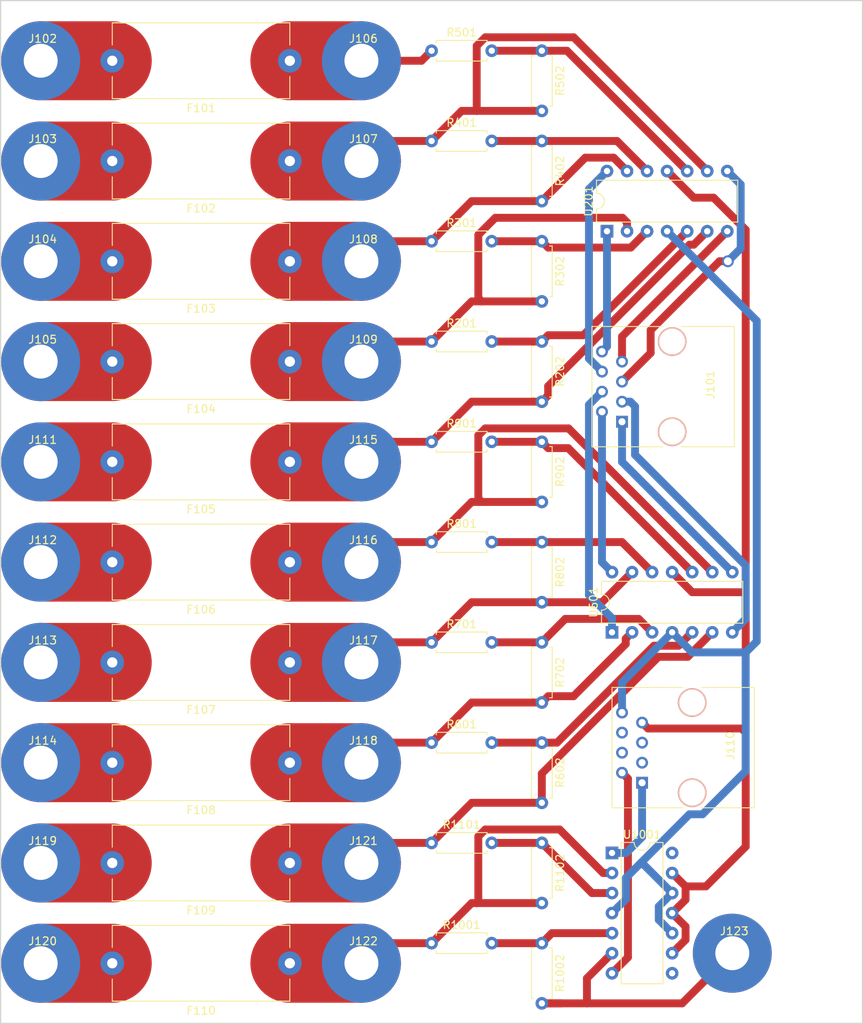
<source format=kicad_pcb>
(kicad_pcb (version 4) (host pcbnew 4.0.7)

  (general
    (links 90)
    (no_connects 4)
    (area 27.864999 17.704999 137.235001 147.395001)
    (thickness 1.6)
    (drawings 4)
    (tracks 234)
    (zones 0)
    (modules 56)
    (nets 44)
  )

  (page A4)
  (layers
    (0 F.Cu signal)
    (31 B.Cu signal)
    (32 B.Adhes user)
    (33 F.Adhes user)
    (34 B.Paste user)
    (35 F.Paste user)
    (36 B.SilkS user)
    (37 F.SilkS user)
    (38 B.Mask user)
    (39 F.Mask user)
    (40 Dwgs.User user)
    (41 Cmts.User user)
    (42 Eco1.User user)
    (43 Eco2.User user)
    (44 Edge.Cuts user)
    (45 Margin user)
    (46 B.CrtYd user)
    (47 F.CrtYd user)
    (48 B.Fab user)
    (49 F.Fab user)
  )

  (setup
    (last_trace_width 1)
    (trace_clearance 0.4)
    (zone_clearance 0.508)
    (zone_45_only no)
    (trace_min 0.2)
    (segment_width 0.2)
    (edge_width 0.15)
    (via_size 1.5)
    (via_drill 1)
    (via_min_size 0.4)
    (via_min_drill 0.3)
    (uvia_size 1)
    (uvia_drill 0.5)
    (uvias_allowed no)
    (uvia_min_size 0.2)
    (uvia_min_drill 0.1)
    (pcb_text_width 0.3)
    (pcb_text_size 1.5 1.5)
    (mod_edge_width 0.15)
    (mod_text_size 1 1)
    (mod_text_width 0.15)
    (pad_size 1.524 1.524)
    (pad_drill 0.762)
    (pad_to_mask_clearance 0.2)
    (aux_axis_origin 0 0)
    (visible_elements 7FFFEFFF)
    (pcbplotparams
      (layerselection 0x00030_80000001)
      (usegerberextensions false)
      (excludeedgelayer true)
      (linewidth 0.100000)
      (plotframeref false)
      (viasonmask false)
      (mode 1)
      (useauxorigin false)
      (hpglpennumber 1)
      (hpglpenspeed 20)
      (hpglpendiameter 15)
      (hpglpenoverlay 2)
      (psnegative false)
      (psa4output false)
      (plotreference true)
      (plotvalue true)
      (plotinvisibletext false)
      (padsonsilk false)
      (subtractmaskfromsilk false)
      (outputformat 1)
      (mirror false)
      (drillshape 1)
      (scaleselection 1)
      (outputdirectory ""))
  )

  (net 0 "")
  (net 1 V1)
  (net 2 V2)
  (net 3 V3)
  (net 4 V4)
  (net 5 V5)
  (net 6 V6)
  (net 7 V7)
  (net 8 V8)
  (net 9 /VoltMeter1/+VE)
  (net 10 /VoltMeter2/+VE)
  (net 11 /VoltMeter3/+VE)
  (net 12 V9)
  (net 13 V10)
  (net 14 ARD_GND)
  (net 15 ARD_5V)
  (net 16 /VoltMeter5/+VE)
  (net 17 /VoltMeter6/+VE)
  (net 18 /VoltMeter7/+VE)
  (net 19 /VoltMeter8/+VE)
  (net 20 /VoltMeter9/+VE)
  (net 21 /VoltMeter10/+VE)
  (net 22 /VoltMeter10/-VE)
  (net 23 /VoltMeter4/+VE)
  (net 24 "Net-(R201-Pad2)")
  (net 25 "Net-(R301-Pad2)")
  (net 26 "Net-(R401-Pad2)")
  (net 27 "Net-(R501-Pad2)")
  (net 28 "Net-(R601-Pad2)")
  (net 29 "Net-(R701-Pad2)")
  (net 30 "Net-(R801-Pad2)")
  (net 31 "Net-(R901-Pad2)")
  (net 32 "Net-(R1001-Pad2)")
  (net 33 "Net-(R1101-Pad2)")
  (net 34 "Net-(F101-Pad2)")
  (net 35 "Net-(F102-Pad2)")
  (net 36 "Net-(F103-Pad2)")
  (net 37 "Net-(F104-Pad2)")
  (net 38 "Net-(F105-Pad2)")
  (net 39 "Net-(F106-Pad2)")
  (net 40 "Net-(F107-Pad2)")
  (net 41 "Net-(F108-Pad2)")
  (net 42 "Net-(F109-Pad2)")
  (net 43 "Net-(F110-Pad2)")

  (net_class Default "This is the default net class."
    (clearance 0.4)
    (trace_width 1)
    (via_dia 1.5)
    (via_drill 1)
    (uvia_dia 1)
    (uvia_drill 0.5)
    (add_net /VoltMeter1/+VE)
    (add_net /VoltMeter10/+VE)
    (add_net /VoltMeter10/-VE)
    (add_net /VoltMeter2/+VE)
    (add_net /VoltMeter3/+VE)
    (add_net /VoltMeter4/+VE)
    (add_net /VoltMeter5/+VE)
    (add_net /VoltMeter6/+VE)
    (add_net /VoltMeter7/+VE)
    (add_net /VoltMeter8/+VE)
    (add_net /VoltMeter9/+VE)
    (add_net ARD_5V)
    (add_net ARD_GND)
    (add_net "Net-(F101-Pad2)")
    (add_net "Net-(F102-Pad2)")
    (add_net "Net-(F103-Pad2)")
    (add_net "Net-(F104-Pad2)")
    (add_net "Net-(F105-Pad2)")
    (add_net "Net-(F106-Pad2)")
    (add_net "Net-(F107-Pad2)")
    (add_net "Net-(F108-Pad2)")
    (add_net "Net-(F109-Pad2)")
    (add_net "Net-(F110-Pad2)")
    (add_net "Net-(R1001-Pad2)")
    (add_net "Net-(R1101-Pad2)")
    (add_net "Net-(R201-Pad2)")
    (add_net "Net-(R301-Pad2)")
    (add_net "Net-(R401-Pad2)")
    (add_net "Net-(R501-Pad2)")
    (add_net "Net-(R601-Pad2)")
    (add_net "Net-(R701-Pad2)")
    (add_net "Net-(R801-Pad2)")
    (add_net "Net-(R901-Pad2)")
    (add_net V1)
    (add_net V10)
    (add_net V2)
    (add_net V3)
    (add_net V4)
    (add_net V5)
    (add_net V6)
    (add_net V7)
    (add_net V8)
    (add_net V9)
  )

  (module Fuse_Holders_and_Fuses:Fuseholder5x20_horiz_open_Schurter_0031_8201 (layer F.Cu) (tedit 5880C433) (tstamp 5A30FB22)
    (at 64.59 63.5 180)
    (descr http://www.schurter.com/var/schurter/storage/ilcatalogue/files/document/datasheet/en/pdf/typ_OGN.pdf)
    (tags "Fuseholder horizontal open 5x20 Schurter 0031.8201")
    (path /5A316DCF)
    (fp_text reference F104 (at 11.25 -6 180) (layer F.SilkS)
      (effects (font (size 1 1) (thickness 0.15)))
    )
    (fp_text value Fuse (at 11.25 6 180) (layer F.Fab)
      (effects (font (size 1 1) (thickness 0.15)))
    )
    (fp_line (start 0.1 -4.7) (end 0.1 4.7) (layer F.Fab) (width 0.1))
    (fp_line (start 0.1 4.7) (end 22.4 4.7) (layer F.Fab) (width 0.1))
    (fp_line (start 22.4 4.7) (end 22.4 -4.7) (layer F.Fab) (width 0.1))
    (fp_line (start 22.4 -4.7) (end 0.1 -4.7) (layer F.Fab) (width 0.1))
    (fp_line (start -0.25 5.05) (end -0.25 1.95) (layer F.CrtYd) (width 0.05))
    (fp_line (start 22.5 4.8) (end 22.5 2) (layer F.SilkS) (width 0.12))
    (fp_line (start 22.5 -2) (end 22.5 -4.8) (layer F.SilkS) (width 0.12))
    (fp_line (start 0 -2) (end 0 -4.8) (layer F.SilkS) (width 0.12))
    (fp_line (start 0 -4.8) (end 22.5 -4.8) (layer F.SilkS) (width 0.12))
    (fp_line (start 22.75 5.05) (end -0.25 5.05) (layer F.CrtYd) (width 0.05))
    (fp_line (start -0.25 -5.05) (end 22.75 -5.05) (layer F.CrtYd) (width 0.05))
    (fp_line (start 0 4.8) (end 22.5 4.8) (layer F.SilkS) (width 0.12))
    (fp_line (start -0.25 -1.95) (end -0.25 -5.05) (layer F.CrtYd) (width 0.05))
    (fp_line (start 22.75 -1.95) (end 22.75 -5.05) (layer F.CrtYd) (width 0.05))
    (fp_line (start 22.75 1.95) (end 22.75 5.05) (layer F.CrtYd) (width 0.05))
    (fp_line (start 0 4.8) (end 0 2) (layer F.SilkS) (width 0.12))
    (fp_arc (start 22.5 0) (end 22.75 -1.95) (angle 165.3) (layer F.CrtYd) (width 0.05))
    (fp_arc (start 0 0) (end -0.25 1.95) (angle 165.3) (layer F.CrtYd) (width 0.05))
    (pad 1 thru_hole circle (at 0 0 180) (size 3 3) (drill 1.3) (layers *.Cu *.Mask)
      (net 23 /VoltMeter4/+VE))
    (pad 2 thru_hole circle (at 22.5 0 180) (size 3 3) (drill 1.3) (layers *.Cu *.Mask)
      (net 37 "Net-(F104-Pad2)"))
    (pad "" np_thru_hole circle (at 11.25 0 180) (size 2.7 2.7) (drill 2.7) (layers *.Cu *.Mask))
  )

  (module PartsLibraries:PowerConnectorRound (layer F.Cu) (tedit 59AECA0D) (tstamp 5A3003A5)
    (at 73.66 38.1)
    (path /5A31433B)
    (fp_text reference J107 (at 0.254 -2.794) (layer F.SilkS)
      (effects (font (size 1 1) (thickness 0.15)))
    )
    (fp_text value OUTPUT (at 0 6.35) (layer F.Fab)
      (effects (font (size 1 1) (thickness 0.15)))
    )
    (pad 1 thru_hole circle (at 0 0) (size 10 10) (drill 4.3) (layers *.Cu *.Mask)
      (net 10 /VoltMeter2/+VE))
  )

  (module Housings_DIP:DIP-14_W7.62mm (layer F.Cu) (tedit 59C78D6B) (tstamp 5A3005E1)
    (at 105.41 125.73)
    (descr "14-lead though-hole mounted DIP package, row spacing 7.62 mm (300 mils)")
    (tags "THT DIP DIL PDIP 2.54mm 7.62mm 300mil")
    (path /5A31A597)
    (fp_text reference U1001 (at 3.81 -2.33) (layer F.SilkS)
      (effects (font (size 1 1) (thickness 0.15)))
    )
    (fp_text value MCP604 (at 3.81 17.57) (layer F.Fab)
      (effects (font (size 1 1) (thickness 0.15)))
    )
    (fp_arc (start 3.81 -1.33) (end 2.81 -1.33) (angle -180) (layer F.SilkS) (width 0.12))
    (fp_line (start 1.635 -1.27) (end 6.985 -1.27) (layer F.Fab) (width 0.1))
    (fp_line (start 6.985 -1.27) (end 6.985 16.51) (layer F.Fab) (width 0.1))
    (fp_line (start 6.985 16.51) (end 0.635 16.51) (layer F.Fab) (width 0.1))
    (fp_line (start 0.635 16.51) (end 0.635 -0.27) (layer F.Fab) (width 0.1))
    (fp_line (start 0.635 -0.27) (end 1.635 -1.27) (layer F.Fab) (width 0.1))
    (fp_line (start 2.81 -1.33) (end 1.16 -1.33) (layer F.SilkS) (width 0.12))
    (fp_line (start 1.16 -1.33) (end 1.16 16.57) (layer F.SilkS) (width 0.12))
    (fp_line (start 1.16 16.57) (end 6.46 16.57) (layer F.SilkS) (width 0.12))
    (fp_line (start 6.46 16.57) (end 6.46 -1.33) (layer F.SilkS) (width 0.12))
    (fp_line (start 6.46 -1.33) (end 4.81 -1.33) (layer F.SilkS) (width 0.12))
    (fp_line (start -1.1 -1.55) (end -1.1 16.8) (layer F.CrtYd) (width 0.05))
    (fp_line (start -1.1 16.8) (end 8.7 16.8) (layer F.CrtYd) (width 0.05))
    (fp_line (start 8.7 16.8) (end 8.7 -1.55) (layer F.CrtYd) (width 0.05))
    (fp_line (start 8.7 -1.55) (end -1.1 -1.55) (layer F.CrtYd) (width 0.05))
    (fp_text user %R (at 3.81 7.62) (layer F.Fab)
      (effects (font (size 1 1) (thickness 0.15)))
    )
    (pad 1 thru_hole rect (at 0 0) (size 1.6 1.6) (drill 0.8) (layers *.Cu *.Mask)
      (net 12 V9))
    (pad 8 thru_hole oval (at 7.62 15.24) (size 1.6 1.6) (drill 0.8) (layers *.Cu *.Mask))
    (pad 2 thru_hole oval (at 0 2.54) (size 1.6 1.6) (drill 0.8) (layers *.Cu *.Mask)
      (net 21 /VoltMeter10/+VE))
    (pad 9 thru_hole oval (at 7.62 12.7) (size 1.6 1.6) (drill 0.8) (layers *.Cu *.Mask)
      (net 14 ARD_GND))
    (pad 3 thru_hole oval (at 0 5.08) (size 1.6 1.6) (drill 0.8) (layers *.Cu *.Mask)
      (net 33 "Net-(R1101-Pad2)"))
    (pad 10 thru_hole oval (at 7.62 10.16) (size 1.6 1.6) (drill 0.8) (layers *.Cu *.Mask)
      (net 15 ARD_5V))
    (pad 4 thru_hole oval (at 0 7.62) (size 1.6 1.6) (drill 0.8) (layers *.Cu *.Mask)
      (net 15 ARD_5V))
    (pad 11 thru_hole oval (at 7.62 7.62) (size 1.6 1.6) (drill 0.8) (layers *.Cu *.Mask)
      (net 14 ARD_GND))
    (pad 5 thru_hole oval (at 0 10.16) (size 1.6 1.6) (drill 0.8) (layers *.Cu *.Mask)
      (net 32 "Net-(R1001-Pad2)"))
    (pad 12 thru_hole oval (at 7.62 5.08) (size 1.6 1.6) (drill 0.8) (layers *.Cu *.Mask)
      (net 15 ARD_5V))
    (pad 6 thru_hole oval (at 0 12.7) (size 1.6 1.6) (drill 0.8) (layers *.Cu *.Mask)
      (net 22 /VoltMeter10/-VE))
    (pad 13 thru_hole oval (at 7.62 2.54) (size 1.6 1.6) (drill 0.8) (layers *.Cu *.Mask)
      (net 14 ARD_GND))
    (pad 7 thru_hole oval (at 0 15.24) (size 1.6 1.6) (drill 0.8) (layers *.Cu *.Mask)
      (net 13 V10))
    (pad 14 thru_hole oval (at 7.62 0) (size 1.6 1.6) (drill 0.8) (layers *.Cu *.Mask))
    (model ${KISYS3DMOD}/Housings_DIP.3dshapes/DIP-14_W7.62mm.wrl
      (at (xyz 0 0 0))
      (scale (xyz 1 1 1))
      (rotate (xyz 0 0 0))
    )
  )

  (module Housings_DIP:DIP-14_W7.62mm (layer F.Cu) (tedit 59C78D6B) (tstamp 5A3005BF)
    (at 105.41 97.79 90)
    (descr "14-lead though-hole mounted DIP package, row spacing 7.62 mm (300 mils)")
    (tags "THT DIP DIL PDIP 2.54mm 7.62mm 300mil")
    (path /59C53BAD/59C4F962)
    (fp_text reference U601 (at 3.81 -2.33 90) (layer F.SilkS)
      (effects (font (size 1 1) (thickness 0.15)))
    )
    (fp_text value MCP604 (at 3.81 17.57 90) (layer F.Fab)
      (effects (font (size 1 1) (thickness 0.15)))
    )
    (fp_arc (start 3.81 -1.33) (end 2.81 -1.33) (angle -180) (layer F.SilkS) (width 0.12))
    (fp_line (start 1.635 -1.27) (end 6.985 -1.27) (layer F.Fab) (width 0.1))
    (fp_line (start 6.985 -1.27) (end 6.985 16.51) (layer F.Fab) (width 0.1))
    (fp_line (start 6.985 16.51) (end 0.635 16.51) (layer F.Fab) (width 0.1))
    (fp_line (start 0.635 16.51) (end 0.635 -0.27) (layer F.Fab) (width 0.1))
    (fp_line (start 0.635 -0.27) (end 1.635 -1.27) (layer F.Fab) (width 0.1))
    (fp_line (start 2.81 -1.33) (end 1.16 -1.33) (layer F.SilkS) (width 0.12))
    (fp_line (start 1.16 -1.33) (end 1.16 16.57) (layer F.SilkS) (width 0.12))
    (fp_line (start 1.16 16.57) (end 6.46 16.57) (layer F.SilkS) (width 0.12))
    (fp_line (start 6.46 16.57) (end 6.46 -1.33) (layer F.SilkS) (width 0.12))
    (fp_line (start 6.46 -1.33) (end 4.81 -1.33) (layer F.SilkS) (width 0.12))
    (fp_line (start -1.1 -1.55) (end -1.1 16.8) (layer F.CrtYd) (width 0.05))
    (fp_line (start -1.1 16.8) (end 8.7 16.8) (layer F.CrtYd) (width 0.05))
    (fp_line (start 8.7 16.8) (end 8.7 -1.55) (layer F.CrtYd) (width 0.05))
    (fp_line (start 8.7 -1.55) (end -1.1 -1.55) (layer F.CrtYd) (width 0.05))
    (fp_text user %R (at 3.81 7.62 90) (layer F.Fab)
      (effects (font (size 1 1) (thickness 0.15)))
    )
    (pad 1 thru_hole rect (at 0 0 90) (size 1.6 1.6) (drill 0.8) (layers *.Cu *.Mask)
      (net 7 V7))
    (pad 8 thru_hole oval (at 7.62 15.24 90) (size 1.6 1.6) (drill 0.8) (layers *.Cu *.Mask)
      (net 5 V5))
    (pad 2 thru_hole oval (at 0 2.54 90) (size 1.6 1.6) (drill 0.8) (layers *.Cu *.Mask)
      (net 19 /VoltMeter8/+VE))
    (pad 9 thru_hole oval (at 7.62 12.7 90) (size 1.6 1.6) (drill 0.8) (layers *.Cu *.Mask)
      (net 17 /VoltMeter6/+VE))
    (pad 3 thru_hole oval (at 0 5.08 90) (size 1.6 1.6) (drill 0.8) (layers *.Cu *.Mask)
      (net 29 "Net-(R701-Pad2)"))
    (pad 10 thru_hole oval (at 7.62 10.16 90) (size 1.6 1.6) (drill 0.8) (layers *.Cu *.Mask)
      (net 31 "Net-(R901-Pad2)"))
    (pad 4 thru_hole oval (at 0 7.62 90) (size 1.6 1.6) (drill 0.8) (layers *.Cu *.Mask)
      (net 15 ARD_5V))
    (pad 11 thru_hole oval (at 7.62 7.62 90) (size 1.6 1.6) (drill 0.8) (layers *.Cu *.Mask)
      (net 14 ARD_GND))
    (pad 5 thru_hole oval (at 0 10.16 90) (size 1.6 1.6) (drill 0.8) (layers *.Cu *.Mask)
      (net 28 "Net-(R601-Pad2)"))
    (pad 12 thru_hole oval (at 7.62 5.08 90) (size 1.6 1.6) (drill 0.8) (layers *.Cu *.Mask)
      (net 30 "Net-(R801-Pad2)"))
    (pad 6 thru_hole oval (at 0 12.7 90) (size 1.6 1.6) (drill 0.8) (layers *.Cu *.Mask)
      (net 20 /VoltMeter9/+VE))
    (pad 13 thru_hole oval (at 7.62 2.54 90) (size 1.6 1.6) (drill 0.8) (layers *.Cu *.Mask)
      (net 18 /VoltMeter7/+VE))
    (pad 7 thru_hole oval (at 0 15.24 90) (size 1.6 1.6) (drill 0.8) (layers *.Cu *.Mask)
      (net 8 V8))
    (pad 14 thru_hole oval (at 7.62 0 90) (size 1.6 1.6) (drill 0.8) (layers *.Cu *.Mask)
      (net 6 V6))
    (model ${KISYS3DMOD}/Housings_DIP.3dshapes/DIP-14_W7.62mm.wrl
      (at (xyz 0 0 0))
      (scale (xyz 1 1 1))
      (rotate (xyz 0 0 0))
    )
  )

  (module PartsLibraries:RJ45 placed (layer F.Cu) (tedit 59511D7C) (tstamp 5A300374)
    (at 106.68 71.12 90)
    (tags RJ45)
    (path /59C3C803)
    (fp_text reference J101 (at 4.7 11.18 90) (layer F.SilkS)
      (effects (font (size 1 1) (thickness 0.15)))
    )
    (fp_text value RJ45 (at 4.59 6.25 90) (layer F.Fab)
      (effects (font (size 1 1) (thickness 0.15)))
    )
    (fp_line (start -3.17 14.22) (end 12.07 14.22) (layer F.SilkS) (width 0.12))
    (fp_line (start 12.07 -3.81) (end 12.06 5.18) (layer F.SilkS) (width 0.12))
    (fp_line (start 12.07 -3.81) (end -3.17 -3.81) (layer F.SilkS) (width 0.12))
    (fp_line (start -3.17 -3.81) (end -3.17 5.19) (layer F.SilkS) (width 0.12))
    (fp_line (start 12.06 7.52) (end 12.07 14.22) (layer F.SilkS) (width 0.12))
    (fp_line (start -3.17 7.51) (end -3.17 14.22) (layer F.SilkS) (width 0.12))
    (fp_line (start -3.56 -4.06) (end 12.46 -4.06) (layer F.CrtYd) (width 0.05))
    (fp_line (start -3.56 -4.06) (end -3.56 14.47) (layer F.CrtYd) (width 0.05))
    (fp_line (start 12.46 14.47) (end 12.46 -4.06) (layer F.CrtYd) (width 0.05))
    (fp_line (start 12.46 14.47) (end -3.56 14.47) (layer F.CrtYd) (width 0.05))
    (pad "" np_thru_hole circle (at 10.16 6.35 90) (size 3.65 3.65) (drill 3.25) (layers *.Cu *.SilkS *.Mask))
    (pad "" np_thru_hole circle (at -1.27 6.35 90) (size 3.65 3.65) (drill 3.25) (layers *.Cu *.SilkS *.Mask))
    (pad 1 thru_hole rect (at 0 0 90) (size 1.5 1.5) (drill 0.9) (layers *.Cu *.Mask)
      (net 5 V5))
    (pad 2 thru_hole circle (at 1.27 -2.54 90) (size 1.5 1.5) (drill 0.9) (layers *.Cu *.Mask)
      (net 6 V6))
    (pad 3 thru_hole circle (at 2.54 0 90) (size 1.5 1.5) (drill 0.9) (layers *.Cu *.Mask)
      (net 8 V8))
    (pad 4 thru_hole circle (at 3.81 -2.54 90) (size 1.5 1.5) (drill 0.9) (layers *.Cu *.Mask)
      (net 7 V7))
    (pad 5 thru_hole circle (at 5.08 0 90) (size 1.5 1.5) (drill 0.9) (layers *.Cu *.Mask)
      (net 1 V1))
    (pad 6 thru_hole circle (at 6.35 -2.54 90) (size 1.5 1.5) (drill 0.9) (layers *.Cu *.Mask)
      (net 2 V2))
    (pad 7 thru_hole circle (at 7.62 0 90) (size 1.5 1.5) (drill 0.9) (layers *.Cu *.Mask)
      (net 4 V4))
    (pad 8 thru_hole circle (at 8.89 -2.54 90) (size 1.5 1.5) (drill 0.9) (layers *.Cu *.Mask)
      (net 3 V3))
    (model ../../../../../../Development/multilevelinverter/Hardware/3D/RJ45.wrl
      (at (xyz 0.175 -0.667 0.3))
      (scale (xyz 10 10 10))
      (rotate (xyz 270 0 0))
    )
  )

  (module PartsLibraries:PowerConnectorRound (layer F.Cu) (tedit 59AECA0D) (tstamp 5A300388)
    (at 33.02 63.5)
    (path /5A314202)
    (fp_text reference J105 (at 0.254 -2.794) (layer F.SilkS)
      (effects (font (size 1 1) (thickness 0.15)))
    )
    (fp_text value INPUT (at 0 6.35) (layer F.Fab)
      (effects (font (size 1 1) (thickness 0.15)))
    )
    (pad 1 thru_hole circle (at 0 0) (size 10 10) (drill 4.3) (layers *.Cu *.Mask)
      (net 37 "Net-(F104-Pad2)"))
  )

  (module PartsLibraries:PowerConnectorRound (layer F.Cu) (tedit 59AECA0D) (tstamp 5A3003AA)
    (at 73.66 50.8)
    (path /5A314473)
    (fp_text reference J108 (at 0.254 -2.794) (layer F.SilkS)
      (effects (font (size 1 1) (thickness 0.15)))
    )
    (fp_text value OUTPUT (at 0 6.35) (layer F.Fab)
      (effects (font (size 1 1) (thickness 0.15)))
    )
    (pad 1 thru_hole circle (at 0 0) (size 10 10) (drill 4.3) (layers *.Cu *.Mask)
      (net 11 /VoltMeter3/+VE))
  )

  (module PartsLibraries:PowerConnectorRound (layer F.Cu) (tedit 59AECA0D) (tstamp 5A3003AF)
    (at 73.66 63.5)
    (path /5A314620)
    (fp_text reference J109 (at 0.254 -2.794) (layer F.SilkS)
      (effects (font (size 1 1) (thickness 0.15)))
    )
    (fp_text value OUTPUT (at 0 6.35) (layer F.Fab)
      (effects (font (size 1 1) (thickness 0.15)))
    )
    (pad 1 thru_hole circle (at 0 0) (size 10 10) (drill 4.3) (layers *.Cu *.Mask)
      (net 23 /VoltMeter4/+VE))
  )

  (module PartsLibraries:PowerConnectorRound (layer F.Cu) (tedit 59AECA0D) (tstamp 5A3003B9)
    (at 33.02 76.2)
    (path /5A31493D)
    (fp_text reference J111 (at 0.254 -2.794) (layer F.SilkS)
      (effects (font (size 1 1) (thickness 0.15)))
    )
    (fp_text value INPUT (at 0 6.35) (layer F.Fab)
      (effects (font (size 1 1) (thickness 0.15)))
    )
    (pad 1 thru_hole circle (at 0 0) (size 10 10) (drill 4.3) (layers *.Cu *.Mask)
      (net 38 "Net-(F105-Pad2)"))
  )

  (module PartsLibraries:PowerConnectorRound (layer F.Cu) (tedit 59AECA0D) (tstamp 5A3003BE)
    (at 33.02 88.9)
    (path /5A314C5C)
    (fp_text reference J112 (at 0.254 -2.794) (layer F.SilkS)
      (effects (font (size 1 1) (thickness 0.15)))
    )
    (fp_text value INPUT (at 0 6.35) (layer F.Fab)
      (effects (font (size 1 1) (thickness 0.15)))
    )
    (pad 1 thru_hole circle (at 0 0) (size 10 10) (drill 4.3) (layers *.Cu *.Mask)
      (net 39 "Net-(F106-Pad2)"))
  )

  (module PartsLibraries:PowerConnectorRound (layer F.Cu) (tedit 59AECA0D) (tstamp 5A3003C3)
    (at 33.02 101.6)
    (path /5A314D91)
    (fp_text reference J113 (at 0.254 -2.794) (layer F.SilkS)
      (effects (font (size 1 1) (thickness 0.15)))
    )
    (fp_text value INPUT (at 0 6.35) (layer F.Fab)
      (effects (font (size 1 1) (thickness 0.15)))
    )
    (pad 1 thru_hole circle (at 0 0) (size 10 10) (drill 4.3) (layers *.Cu *.Mask)
      (net 40 "Net-(F107-Pad2)"))
  )

  (module Resistors_THT:R_Axial_DIN0207_L6.3mm_D2.5mm_P7.62mm_Horizontal placed (layer F.Cu) (tedit 5874F706) (tstamp 5A3003D9)
    (at 82.55 60.96)
    (descr "Resistor, Axial_DIN0207 series, Axial, Horizontal, pin pitch=7.62mm, 0.25W = 1/4W, length*diameter=6.3*2.5mm^2, http://cdn-reichelt.de/documents/datenblatt/B400/1_4W%23YAG.pdf")
    (tags "Resistor Axial_DIN0207 series Axial Horizontal pin pitch 7.62mm 0.25W = 1/4W length 6.3mm diameter 2.5mm")
    (path /59C4F642/5A2FE363)
    (fp_text reference R201 (at 3.81 -2.31) (layer F.SilkS)
      (effects (font (size 1 1) (thickness 0.15)))
    )
    (fp_text value 10K (at 3.81 2.31) (layer F.Fab)
      (effects (font (size 1 1) (thickness 0.15)))
    )
    (fp_line (start 0.66 -1.25) (end 0.66 1.25) (layer F.Fab) (width 0.1))
    (fp_line (start 0.66 1.25) (end 6.96 1.25) (layer F.Fab) (width 0.1))
    (fp_line (start 6.96 1.25) (end 6.96 -1.25) (layer F.Fab) (width 0.1))
    (fp_line (start 6.96 -1.25) (end 0.66 -1.25) (layer F.Fab) (width 0.1))
    (fp_line (start 0 0) (end 0.66 0) (layer F.Fab) (width 0.1))
    (fp_line (start 7.62 0) (end 6.96 0) (layer F.Fab) (width 0.1))
    (fp_line (start 0.6 -0.98) (end 0.6 -1.31) (layer F.SilkS) (width 0.12))
    (fp_line (start 0.6 -1.31) (end 7.02 -1.31) (layer F.SilkS) (width 0.12))
    (fp_line (start 7.02 -1.31) (end 7.02 -0.98) (layer F.SilkS) (width 0.12))
    (fp_line (start 0.6 0.98) (end 0.6 1.31) (layer F.SilkS) (width 0.12))
    (fp_line (start 0.6 1.31) (end 7.02 1.31) (layer F.SilkS) (width 0.12))
    (fp_line (start 7.02 1.31) (end 7.02 0.98) (layer F.SilkS) (width 0.12))
    (fp_line (start -1.05 -1.6) (end -1.05 1.6) (layer F.CrtYd) (width 0.05))
    (fp_line (start -1.05 1.6) (end 8.7 1.6) (layer F.CrtYd) (width 0.05))
    (fp_line (start 8.7 1.6) (end 8.7 -1.6) (layer F.CrtYd) (width 0.05))
    (fp_line (start 8.7 -1.6) (end -1.05 -1.6) (layer F.CrtYd) (width 0.05))
    (pad 1 thru_hole circle (at 0 0) (size 1.6 1.6) (drill 0.8) (layers *.Cu *.Mask)
      (net 23 /VoltMeter4/+VE))
    (pad 2 thru_hole oval (at 7.62 0) (size 1.6 1.6) (drill 0.8) (layers *.Cu *.Mask)
      (net 24 "Net-(R201-Pad2)"))
    (model ${KISYS3DMOD}/Resistors_THT.3dshapes/R_Axial_DIN0207_L6.3mm_D2.5mm_P7.62mm_Horizontal.wrl
      (at (xyz 0 0 0))
      (scale (xyz 0.393701 0.393701 0.393701))
      (rotate (xyz 0 0 0))
    )
  )

  (module Resistors_THT:R_Axial_DIN0207_L6.3mm_D2.5mm_P7.62mm_Horizontal placed (layer F.Cu) (tedit 5874F706) (tstamp 5A3003EF)
    (at 96.52 60.96 270)
    (descr "Resistor, Axial_DIN0207 series, Axial, Horizontal, pin pitch=7.62mm, 0.25W = 1/4W, length*diameter=6.3*2.5mm^2, http://cdn-reichelt.de/documents/datenblatt/B400/1_4W%23YAG.pdf")
    (tags "Resistor Axial_DIN0207 series Axial Horizontal pin pitch 7.62mm 0.25W = 1/4W length 6.3mm diameter 2.5mm")
    (path /59C4F642/59C4F970)
    (fp_text reference R202 (at 3.81 -2.31 270) (layer F.SilkS)
      (effects (font (size 1 1) (thickness 0.15)))
    )
    (fp_text value 10M (at 3.81 2.31 270) (layer F.Fab)
      (effects (font (size 1 1) (thickness 0.15)))
    )
    (fp_line (start 0.66 -1.25) (end 0.66 1.25) (layer F.Fab) (width 0.1))
    (fp_line (start 0.66 1.25) (end 6.96 1.25) (layer F.Fab) (width 0.1))
    (fp_line (start 6.96 1.25) (end 6.96 -1.25) (layer F.Fab) (width 0.1))
    (fp_line (start 6.96 -1.25) (end 0.66 -1.25) (layer F.Fab) (width 0.1))
    (fp_line (start 0 0) (end 0.66 0) (layer F.Fab) (width 0.1))
    (fp_line (start 7.62 0) (end 6.96 0) (layer F.Fab) (width 0.1))
    (fp_line (start 0.6 -0.98) (end 0.6 -1.31) (layer F.SilkS) (width 0.12))
    (fp_line (start 0.6 -1.31) (end 7.02 -1.31) (layer F.SilkS) (width 0.12))
    (fp_line (start 7.02 -1.31) (end 7.02 -0.98) (layer F.SilkS) (width 0.12))
    (fp_line (start 0.6 0.98) (end 0.6 1.31) (layer F.SilkS) (width 0.12))
    (fp_line (start 0.6 1.31) (end 7.02 1.31) (layer F.SilkS) (width 0.12))
    (fp_line (start 7.02 1.31) (end 7.02 0.98) (layer F.SilkS) (width 0.12))
    (fp_line (start -1.05 -1.6) (end -1.05 1.6) (layer F.CrtYd) (width 0.05))
    (fp_line (start -1.05 1.6) (end 8.7 1.6) (layer F.CrtYd) (width 0.05))
    (fp_line (start 8.7 1.6) (end 8.7 -1.6) (layer F.CrtYd) (width 0.05))
    (fp_line (start 8.7 -1.6) (end -1.05 -1.6) (layer F.CrtYd) (width 0.05))
    (pad 1 thru_hole circle (at 0 0 270) (size 1.6 1.6) (drill 0.8) (layers *.Cu *.Mask)
      (net 24 "Net-(R201-Pad2)"))
    (pad 2 thru_hole oval (at 7.62 0 270) (size 1.6 1.6) (drill 0.8) (layers *.Cu *.Mask)
      (net 16 /VoltMeter5/+VE))
    (model ${KISYS3DMOD}/Resistors_THT.3dshapes/R_Axial_DIN0207_L6.3mm_D2.5mm_P7.62mm_Horizontal.wrl
      (at (xyz 0 0 0))
      (scale (xyz 0.393701 0.393701 0.393701))
      (rotate (xyz 0 0 0))
    )
  )

  (module Resistors_THT:R_Axial_DIN0207_L6.3mm_D2.5mm_P7.62mm_Horizontal placed (layer F.Cu) (tedit 5874F706) (tstamp 5A300405)
    (at 82.55 48.26)
    (descr "Resistor, Axial_DIN0207 series, Axial, Horizontal, pin pitch=7.62mm, 0.25W = 1/4W, length*diameter=6.3*2.5mm^2, http://cdn-reichelt.de/documents/datenblatt/B400/1_4W%23YAG.pdf")
    (tags "Resistor Axial_DIN0207 series Axial Horizontal pin pitch 7.62mm 0.25W = 1/4W length 6.3mm diameter 2.5mm")
    (path /59C51A28/5A2FE363)
    (fp_text reference R301 (at 3.81 -2.31) (layer F.SilkS)
      (effects (font (size 1 1) (thickness 0.15)))
    )
    (fp_text value 10K (at 3.81 2.31) (layer F.Fab)
      (effects (font (size 1 1) (thickness 0.15)))
    )
    (fp_line (start 0.66 -1.25) (end 0.66 1.25) (layer F.Fab) (width 0.1))
    (fp_line (start 0.66 1.25) (end 6.96 1.25) (layer F.Fab) (width 0.1))
    (fp_line (start 6.96 1.25) (end 6.96 -1.25) (layer F.Fab) (width 0.1))
    (fp_line (start 6.96 -1.25) (end 0.66 -1.25) (layer F.Fab) (width 0.1))
    (fp_line (start 0 0) (end 0.66 0) (layer F.Fab) (width 0.1))
    (fp_line (start 7.62 0) (end 6.96 0) (layer F.Fab) (width 0.1))
    (fp_line (start 0.6 -0.98) (end 0.6 -1.31) (layer F.SilkS) (width 0.12))
    (fp_line (start 0.6 -1.31) (end 7.02 -1.31) (layer F.SilkS) (width 0.12))
    (fp_line (start 7.02 -1.31) (end 7.02 -0.98) (layer F.SilkS) (width 0.12))
    (fp_line (start 0.6 0.98) (end 0.6 1.31) (layer F.SilkS) (width 0.12))
    (fp_line (start 0.6 1.31) (end 7.02 1.31) (layer F.SilkS) (width 0.12))
    (fp_line (start 7.02 1.31) (end 7.02 0.98) (layer F.SilkS) (width 0.12))
    (fp_line (start -1.05 -1.6) (end -1.05 1.6) (layer F.CrtYd) (width 0.05))
    (fp_line (start -1.05 1.6) (end 8.7 1.6) (layer F.CrtYd) (width 0.05))
    (fp_line (start 8.7 1.6) (end 8.7 -1.6) (layer F.CrtYd) (width 0.05))
    (fp_line (start 8.7 -1.6) (end -1.05 -1.6) (layer F.CrtYd) (width 0.05))
    (pad 1 thru_hole circle (at 0 0) (size 1.6 1.6) (drill 0.8) (layers *.Cu *.Mask)
      (net 11 /VoltMeter3/+VE))
    (pad 2 thru_hole oval (at 7.62 0) (size 1.6 1.6) (drill 0.8) (layers *.Cu *.Mask)
      (net 25 "Net-(R301-Pad2)"))
    (model ${KISYS3DMOD}/Resistors_THT.3dshapes/R_Axial_DIN0207_L6.3mm_D2.5mm_P7.62mm_Horizontal.wrl
      (at (xyz 0 0 0))
      (scale (xyz 0.393701 0.393701 0.393701))
      (rotate (xyz 0 0 0))
    )
  )

  (module Resistors_THT:R_Axial_DIN0207_L6.3mm_D2.5mm_P7.62mm_Horizontal placed (layer F.Cu) (tedit 5874F706) (tstamp 5A30041B)
    (at 96.52 48.26 270)
    (descr "Resistor, Axial_DIN0207 series, Axial, Horizontal, pin pitch=7.62mm, 0.25W = 1/4W, length*diameter=6.3*2.5mm^2, http://cdn-reichelt.de/documents/datenblatt/B400/1_4W%23YAG.pdf")
    (tags "Resistor Axial_DIN0207 series Axial Horizontal pin pitch 7.62mm 0.25W = 1/4W length 6.3mm diameter 2.5mm")
    (path /59C51A28/59C4F970)
    (fp_text reference R302 (at 3.81 -2.31 270) (layer F.SilkS)
      (effects (font (size 1 1) (thickness 0.15)))
    )
    (fp_text value 10M (at 3.81 2.31 270) (layer F.Fab)
      (effects (font (size 1 1) (thickness 0.15)))
    )
    (fp_line (start 0.66 -1.25) (end 0.66 1.25) (layer F.Fab) (width 0.1))
    (fp_line (start 0.66 1.25) (end 6.96 1.25) (layer F.Fab) (width 0.1))
    (fp_line (start 6.96 1.25) (end 6.96 -1.25) (layer F.Fab) (width 0.1))
    (fp_line (start 6.96 -1.25) (end 0.66 -1.25) (layer F.Fab) (width 0.1))
    (fp_line (start 0 0) (end 0.66 0) (layer F.Fab) (width 0.1))
    (fp_line (start 7.62 0) (end 6.96 0) (layer F.Fab) (width 0.1))
    (fp_line (start 0.6 -0.98) (end 0.6 -1.31) (layer F.SilkS) (width 0.12))
    (fp_line (start 0.6 -1.31) (end 7.02 -1.31) (layer F.SilkS) (width 0.12))
    (fp_line (start 7.02 -1.31) (end 7.02 -0.98) (layer F.SilkS) (width 0.12))
    (fp_line (start 0.6 0.98) (end 0.6 1.31) (layer F.SilkS) (width 0.12))
    (fp_line (start 0.6 1.31) (end 7.02 1.31) (layer F.SilkS) (width 0.12))
    (fp_line (start 7.02 1.31) (end 7.02 0.98) (layer F.SilkS) (width 0.12))
    (fp_line (start -1.05 -1.6) (end -1.05 1.6) (layer F.CrtYd) (width 0.05))
    (fp_line (start -1.05 1.6) (end 8.7 1.6) (layer F.CrtYd) (width 0.05))
    (fp_line (start 8.7 1.6) (end 8.7 -1.6) (layer F.CrtYd) (width 0.05))
    (fp_line (start 8.7 -1.6) (end -1.05 -1.6) (layer F.CrtYd) (width 0.05))
    (pad 1 thru_hole circle (at 0 0 270) (size 1.6 1.6) (drill 0.8) (layers *.Cu *.Mask)
      (net 25 "Net-(R301-Pad2)"))
    (pad 2 thru_hole oval (at 7.62 0 270) (size 1.6 1.6) (drill 0.8) (layers *.Cu *.Mask)
      (net 23 /VoltMeter4/+VE))
    (model ${KISYS3DMOD}/Resistors_THT.3dshapes/R_Axial_DIN0207_L6.3mm_D2.5mm_P7.62mm_Horizontal.wrl
      (at (xyz 0 0 0))
      (scale (xyz 0.393701 0.393701 0.393701))
      (rotate (xyz 0 0 0))
    )
  )

  (module Resistors_THT:R_Axial_DIN0207_L6.3mm_D2.5mm_P7.62mm_Horizontal placed (layer F.Cu) (tedit 5874F706) (tstamp 5A300431)
    (at 82.55 35.56)
    (descr "Resistor, Axial_DIN0207 series, Axial, Horizontal, pin pitch=7.62mm, 0.25W = 1/4W, length*diameter=6.3*2.5mm^2, http://cdn-reichelt.de/documents/datenblatt/B400/1_4W%23YAG.pdf")
    (tags "Resistor Axial_DIN0207 series Axial Horizontal pin pitch 7.62mm 0.25W = 1/4W length 6.3mm diameter 2.5mm")
    (path /59C51FF6/5A2FE363)
    (fp_text reference R401 (at 3.81 -2.31) (layer F.SilkS)
      (effects (font (size 1 1) (thickness 0.15)))
    )
    (fp_text value 10K (at 3.81 2.31) (layer F.Fab)
      (effects (font (size 1 1) (thickness 0.15)))
    )
    (fp_line (start 0.66 -1.25) (end 0.66 1.25) (layer F.Fab) (width 0.1))
    (fp_line (start 0.66 1.25) (end 6.96 1.25) (layer F.Fab) (width 0.1))
    (fp_line (start 6.96 1.25) (end 6.96 -1.25) (layer F.Fab) (width 0.1))
    (fp_line (start 6.96 -1.25) (end 0.66 -1.25) (layer F.Fab) (width 0.1))
    (fp_line (start 0 0) (end 0.66 0) (layer F.Fab) (width 0.1))
    (fp_line (start 7.62 0) (end 6.96 0) (layer F.Fab) (width 0.1))
    (fp_line (start 0.6 -0.98) (end 0.6 -1.31) (layer F.SilkS) (width 0.12))
    (fp_line (start 0.6 -1.31) (end 7.02 -1.31) (layer F.SilkS) (width 0.12))
    (fp_line (start 7.02 -1.31) (end 7.02 -0.98) (layer F.SilkS) (width 0.12))
    (fp_line (start 0.6 0.98) (end 0.6 1.31) (layer F.SilkS) (width 0.12))
    (fp_line (start 0.6 1.31) (end 7.02 1.31) (layer F.SilkS) (width 0.12))
    (fp_line (start 7.02 1.31) (end 7.02 0.98) (layer F.SilkS) (width 0.12))
    (fp_line (start -1.05 -1.6) (end -1.05 1.6) (layer F.CrtYd) (width 0.05))
    (fp_line (start -1.05 1.6) (end 8.7 1.6) (layer F.CrtYd) (width 0.05))
    (fp_line (start 8.7 1.6) (end 8.7 -1.6) (layer F.CrtYd) (width 0.05))
    (fp_line (start 8.7 -1.6) (end -1.05 -1.6) (layer F.CrtYd) (width 0.05))
    (pad 1 thru_hole circle (at 0 0) (size 1.6 1.6) (drill 0.8) (layers *.Cu *.Mask)
      (net 10 /VoltMeter2/+VE))
    (pad 2 thru_hole oval (at 7.62 0) (size 1.6 1.6) (drill 0.8) (layers *.Cu *.Mask)
      (net 26 "Net-(R401-Pad2)"))
    (model ${KISYS3DMOD}/Resistors_THT.3dshapes/R_Axial_DIN0207_L6.3mm_D2.5mm_P7.62mm_Horizontal.wrl
      (at (xyz 0 0 0))
      (scale (xyz 0.393701 0.393701 0.393701))
      (rotate (xyz 0 0 0))
    )
  )

  (module Resistors_THT:R_Axial_DIN0207_L6.3mm_D2.5mm_P7.62mm_Horizontal placed (layer F.Cu) (tedit 5874F706) (tstamp 5A300447)
    (at 96.52 35.56 270)
    (descr "Resistor, Axial_DIN0207 series, Axial, Horizontal, pin pitch=7.62mm, 0.25W = 1/4W, length*diameter=6.3*2.5mm^2, http://cdn-reichelt.de/documents/datenblatt/B400/1_4W%23YAG.pdf")
    (tags "Resistor Axial_DIN0207 series Axial Horizontal pin pitch 7.62mm 0.25W = 1/4W length 6.3mm diameter 2.5mm")
    (path /59C51FF6/59C4F970)
    (fp_text reference R402 (at 3.81 -2.31 270) (layer F.SilkS)
      (effects (font (size 1 1) (thickness 0.15)))
    )
    (fp_text value 10M (at 3.81 2.31 270) (layer F.Fab)
      (effects (font (size 1 1) (thickness 0.15)))
    )
    (fp_line (start 0.66 -1.25) (end 0.66 1.25) (layer F.Fab) (width 0.1))
    (fp_line (start 0.66 1.25) (end 6.96 1.25) (layer F.Fab) (width 0.1))
    (fp_line (start 6.96 1.25) (end 6.96 -1.25) (layer F.Fab) (width 0.1))
    (fp_line (start 6.96 -1.25) (end 0.66 -1.25) (layer F.Fab) (width 0.1))
    (fp_line (start 0 0) (end 0.66 0) (layer F.Fab) (width 0.1))
    (fp_line (start 7.62 0) (end 6.96 0) (layer F.Fab) (width 0.1))
    (fp_line (start 0.6 -0.98) (end 0.6 -1.31) (layer F.SilkS) (width 0.12))
    (fp_line (start 0.6 -1.31) (end 7.02 -1.31) (layer F.SilkS) (width 0.12))
    (fp_line (start 7.02 -1.31) (end 7.02 -0.98) (layer F.SilkS) (width 0.12))
    (fp_line (start 0.6 0.98) (end 0.6 1.31) (layer F.SilkS) (width 0.12))
    (fp_line (start 0.6 1.31) (end 7.02 1.31) (layer F.SilkS) (width 0.12))
    (fp_line (start 7.02 1.31) (end 7.02 0.98) (layer F.SilkS) (width 0.12))
    (fp_line (start -1.05 -1.6) (end -1.05 1.6) (layer F.CrtYd) (width 0.05))
    (fp_line (start -1.05 1.6) (end 8.7 1.6) (layer F.CrtYd) (width 0.05))
    (fp_line (start 8.7 1.6) (end 8.7 -1.6) (layer F.CrtYd) (width 0.05))
    (fp_line (start 8.7 -1.6) (end -1.05 -1.6) (layer F.CrtYd) (width 0.05))
    (pad 1 thru_hole circle (at 0 0 270) (size 1.6 1.6) (drill 0.8) (layers *.Cu *.Mask)
      (net 26 "Net-(R401-Pad2)"))
    (pad 2 thru_hole oval (at 7.62 0 270) (size 1.6 1.6) (drill 0.8) (layers *.Cu *.Mask)
      (net 11 /VoltMeter3/+VE))
    (model ${KISYS3DMOD}/Resistors_THT.3dshapes/R_Axial_DIN0207_L6.3mm_D2.5mm_P7.62mm_Horizontal.wrl
      (at (xyz 0 0 0))
      (scale (xyz 0.393701 0.393701 0.393701))
      (rotate (xyz 0 0 0))
    )
  )

  (module Resistors_THT:R_Axial_DIN0207_L6.3mm_D2.5mm_P7.62mm_Horizontal placed (layer F.Cu) (tedit 5874F706) (tstamp 5A30045D)
    (at 82.55 24.13)
    (descr "Resistor, Axial_DIN0207 series, Axial, Horizontal, pin pitch=7.62mm, 0.25W = 1/4W, length*diameter=6.3*2.5mm^2, http://cdn-reichelt.de/documents/datenblatt/B400/1_4W%23YAG.pdf")
    (tags "Resistor Axial_DIN0207 series Axial Horizontal pin pitch 7.62mm 0.25W = 1/4W length 6.3mm diameter 2.5mm")
    (path /59C5216A/5A2FE363)
    (fp_text reference R501 (at 3.81 -2.31) (layer F.SilkS)
      (effects (font (size 1 1) (thickness 0.15)))
    )
    (fp_text value 10K (at 3.81 2.31) (layer F.Fab)
      (effects (font (size 1 1) (thickness 0.15)))
    )
    (fp_line (start 0.66 -1.25) (end 0.66 1.25) (layer F.Fab) (width 0.1))
    (fp_line (start 0.66 1.25) (end 6.96 1.25) (layer F.Fab) (width 0.1))
    (fp_line (start 6.96 1.25) (end 6.96 -1.25) (layer F.Fab) (width 0.1))
    (fp_line (start 6.96 -1.25) (end 0.66 -1.25) (layer F.Fab) (width 0.1))
    (fp_line (start 0 0) (end 0.66 0) (layer F.Fab) (width 0.1))
    (fp_line (start 7.62 0) (end 6.96 0) (layer F.Fab) (width 0.1))
    (fp_line (start 0.6 -0.98) (end 0.6 -1.31) (layer F.SilkS) (width 0.12))
    (fp_line (start 0.6 -1.31) (end 7.02 -1.31) (layer F.SilkS) (width 0.12))
    (fp_line (start 7.02 -1.31) (end 7.02 -0.98) (layer F.SilkS) (width 0.12))
    (fp_line (start 0.6 0.98) (end 0.6 1.31) (layer F.SilkS) (width 0.12))
    (fp_line (start 0.6 1.31) (end 7.02 1.31) (layer F.SilkS) (width 0.12))
    (fp_line (start 7.02 1.31) (end 7.02 0.98) (layer F.SilkS) (width 0.12))
    (fp_line (start -1.05 -1.6) (end -1.05 1.6) (layer F.CrtYd) (width 0.05))
    (fp_line (start -1.05 1.6) (end 8.7 1.6) (layer F.CrtYd) (width 0.05))
    (fp_line (start 8.7 1.6) (end 8.7 -1.6) (layer F.CrtYd) (width 0.05))
    (fp_line (start 8.7 -1.6) (end -1.05 -1.6) (layer F.CrtYd) (width 0.05))
    (pad 1 thru_hole circle (at 0 0) (size 1.6 1.6) (drill 0.8) (layers *.Cu *.Mask)
      (net 9 /VoltMeter1/+VE))
    (pad 2 thru_hole oval (at 7.62 0) (size 1.6 1.6) (drill 0.8) (layers *.Cu *.Mask)
      (net 27 "Net-(R501-Pad2)"))
    (model ${KISYS3DMOD}/Resistors_THT.3dshapes/R_Axial_DIN0207_L6.3mm_D2.5mm_P7.62mm_Horizontal.wrl
      (at (xyz 0 0 0))
      (scale (xyz 0.393701 0.393701 0.393701))
      (rotate (xyz 0 0 0))
    )
  )

  (module Resistors_THT:R_Axial_DIN0207_L6.3mm_D2.5mm_P7.62mm_Horizontal placed (layer F.Cu) (tedit 5874F706) (tstamp 5A300473)
    (at 96.52 24.13 270)
    (descr "Resistor, Axial_DIN0207 series, Axial, Horizontal, pin pitch=7.62mm, 0.25W = 1/4W, length*diameter=6.3*2.5mm^2, http://cdn-reichelt.de/documents/datenblatt/B400/1_4W%23YAG.pdf")
    (tags "Resistor Axial_DIN0207 series Axial Horizontal pin pitch 7.62mm 0.25W = 1/4W length 6.3mm diameter 2.5mm")
    (path /59C5216A/59C4F970)
    (fp_text reference R502 (at 3.81 -2.31 270) (layer F.SilkS)
      (effects (font (size 1 1) (thickness 0.15)))
    )
    (fp_text value 10M (at 3.81 2.31 270) (layer F.Fab)
      (effects (font (size 1 1) (thickness 0.15)))
    )
    (fp_line (start 0.66 -1.25) (end 0.66 1.25) (layer F.Fab) (width 0.1))
    (fp_line (start 0.66 1.25) (end 6.96 1.25) (layer F.Fab) (width 0.1))
    (fp_line (start 6.96 1.25) (end 6.96 -1.25) (layer F.Fab) (width 0.1))
    (fp_line (start 6.96 -1.25) (end 0.66 -1.25) (layer F.Fab) (width 0.1))
    (fp_line (start 0 0) (end 0.66 0) (layer F.Fab) (width 0.1))
    (fp_line (start 7.62 0) (end 6.96 0) (layer F.Fab) (width 0.1))
    (fp_line (start 0.6 -0.98) (end 0.6 -1.31) (layer F.SilkS) (width 0.12))
    (fp_line (start 0.6 -1.31) (end 7.02 -1.31) (layer F.SilkS) (width 0.12))
    (fp_line (start 7.02 -1.31) (end 7.02 -0.98) (layer F.SilkS) (width 0.12))
    (fp_line (start 0.6 0.98) (end 0.6 1.31) (layer F.SilkS) (width 0.12))
    (fp_line (start 0.6 1.31) (end 7.02 1.31) (layer F.SilkS) (width 0.12))
    (fp_line (start 7.02 1.31) (end 7.02 0.98) (layer F.SilkS) (width 0.12))
    (fp_line (start -1.05 -1.6) (end -1.05 1.6) (layer F.CrtYd) (width 0.05))
    (fp_line (start -1.05 1.6) (end 8.7 1.6) (layer F.CrtYd) (width 0.05))
    (fp_line (start 8.7 1.6) (end 8.7 -1.6) (layer F.CrtYd) (width 0.05))
    (fp_line (start 8.7 -1.6) (end -1.05 -1.6) (layer F.CrtYd) (width 0.05))
    (pad 1 thru_hole circle (at 0 0 270) (size 1.6 1.6) (drill 0.8) (layers *.Cu *.Mask)
      (net 27 "Net-(R501-Pad2)"))
    (pad 2 thru_hole oval (at 7.62 0 270) (size 1.6 1.6) (drill 0.8) (layers *.Cu *.Mask)
      (net 10 /VoltMeter2/+VE))
    (model ${KISYS3DMOD}/Resistors_THT.3dshapes/R_Axial_DIN0207_L6.3mm_D2.5mm_P7.62mm_Horizontal.wrl
      (at (xyz 0 0 0))
      (scale (xyz 0.393701 0.393701 0.393701))
      (rotate (xyz 0 0 0))
    )
  )

  (module Resistors_THT:R_Axial_DIN0207_L6.3mm_D2.5mm_P7.62mm_Horizontal placed (layer F.Cu) (tedit 5874F706) (tstamp 5A300489)
    (at 82.55 111.76)
    (descr "Resistor, Axial_DIN0207 series, Axial, Horizontal, pin pitch=7.62mm, 0.25W = 1/4W, length*diameter=6.3*2.5mm^2, http://cdn-reichelt.de/documents/datenblatt/B400/1_4W%23YAG.pdf")
    (tags "Resistor Axial_DIN0207 series Axial Horizontal pin pitch 7.62mm 0.25W = 1/4W length 6.3mm diameter 2.5mm")
    (path /59C53BAD/5A2FE363)
    (fp_text reference R601 (at 3.81 -2.31) (layer F.SilkS)
      (effects (font (size 1 1) (thickness 0.15)))
    )
    (fp_text value 10K (at 3.81 2.31) (layer F.Fab)
      (effects (font (size 1 1) (thickness 0.15)))
    )
    (fp_line (start 0.66 -1.25) (end 0.66 1.25) (layer F.Fab) (width 0.1))
    (fp_line (start 0.66 1.25) (end 6.96 1.25) (layer F.Fab) (width 0.1))
    (fp_line (start 6.96 1.25) (end 6.96 -1.25) (layer F.Fab) (width 0.1))
    (fp_line (start 6.96 -1.25) (end 0.66 -1.25) (layer F.Fab) (width 0.1))
    (fp_line (start 0 0) (end 0.66 0) (layer F.Fab) (width 0.1))
    (fp_line (start 7.62 0) (end 6.96 0) (layer F.Fab) (width 0.1))
    (fp_line (start 0.6 -0.98) (end 0.6 -1.31) (layer F.SilkS) (width 0.12))
    (fp_line (start 0.6 -1.31) (end 7.02 -1.31) (layer F.SilkS) (width 0.12))
    (fp_line (start 7.02 -1.31) (end 7.02 -0.98) (layer F.SilkS) (width 0.12))
    (fp_line (start 0.6 0.98) (end 0.6 1.31) (layer F.SilkS) (width 0.12))
    (fp_line (start 0.6 1.31) (end 7.02 1.31) (layer F.SilkS) (width 0.12))
    (fp_line (start 7.02 1.31) (end 7.02 0.98) (layer F.SilkS) (width 0.12))
    (fp_line (start -1.05 -1.6) (end -1.05 1.6) (layer F.CrtYd) (width 0.05))
    (fp_line (start -1.05 1.6) (end 8.7 1.6) (layer F.CrtYd) (width 0.05))
    (fp_line (start 8.7 1.6) (end 8.7 -1.6) (layer F.CrtYd) (width 0.05))
    (fp_line (start 8.7 -1.6) (end -1.05 -1.6) (layer F.CrtYd) (width 0.05))
    (pad 1 thru_hole circle (at 0 0) (size 1.6 1.6) (drill 0.8) (layers *.Cu *.Mask)
      (net 19 /VoltMeter8/+VE))
    (pad 2 thru_hole oval (at 7.62 0) (size 1.6 1.6) (drill 0.8) (layers *.Cu *.Mask)
      (net 28 "Net-(R601-Pad2)"))
    (model ${KISYS3DMOD}/Resistors_THT.3dshapes/R_Axial_DIN0207_L6.3mm_D2.5mm_P7.62mm_Horizontal.wrl
      (at (xyz 0 0 0))
      (scale (xyz 0.393701 0.393701 0.393701))
      (rotate (xyz 0 0 0))
    )
  )

  (module Resistors_THT:R_Axial_DIN0207_L6.3mm_D2.5mm_P7.62mm_Horizontal placed (layer F.Cu) (tedit 5874F706) (tstamp 5A30049F)
    (at 96.52 111.76 270)
    (descr "Resistor, Axial_DIN0207 series, Axial, Horizontal, pin pitch=7.62mm, 0.25W = 1/4W, length*diameter=6.3*2.5mm^2, http://cdn-reichelt.de/documents/datenblatt/B400/1_4W%23YAG.pdf")
    (tags "Resistor Axial_DIN0207 series Axial Horizontal pin pitch 7.62mm 0.25W = 1/4W length 6.3mm diameter 2.5mm")
    (path /59C53BAD/59C4F970)
    (fp_text reference R602 (at 3.81 -2.31 270) (layer F.SilkS)
      (effects (font (size 1 1) (thickness 0.15)))
    )
    (fp_text value 10M (at 3.81 2.31 270) (layer F.Fab)
      (effects (font (size 1 1) (thickness 0.15)))
    )
    (fp_line (start 0.66 -1.25) (end 0.66 1.25) (layer F.Fab) (width 0.1))
    (fp_line (start 0.66 1.25) (end 6.96 1.25) (layer F.Fab) (width 0.1))
    (fp_line (start 6.96 1.25) (end 6.96 -1.25) (layer F.Fab) (width 0.1))
    (fp_line (start 6.96 -1.25) (end 0.66 -1.25) (layer F.Fab) (width 0.1))
    (fp_line (start 0 0) (end 0.66 0) (layer F.Fab) (width 0.1))
    (fp_line (start 7.62 0) (end 6.96 0) (layer F.Fab) (width 0.1))
    (fp_line (start 0.6 -0.98) (end 0.6 -1.31) (layer F.SilkS) (width 0.12))
    (fp_line (start 0.6 -1.31) (end 7.02 -1.31) (layer F.SilkS) (width 0.12))
    (fp_line (start 7.02 -1.31) (end 7.02 -0.98) (layer F.SilkS) (width 0.12))
    (fp_line (start 0.6 0.98) (end 0.6 1.31) (layer F.SilkS) (width 0.12))
    (fp_line (start 0.6 1.31) (end 7.02 1.31) (layer F.SilkS) (width 0.12))
    (fp_line (start 7.02 1.31) (end 7.02 0.98) (layer F.SilkS) (width 0.12))
    (fp_line (start -1.05 -1.6) (end -1.05 1.6) (layer F.CrtYd) (width 0.05))
    (fp_line (start -1.05 1.6) (end 8.7 1.6) (layer F.CrtYd) (width 0.05))
    (fp_line (start 8.7 1.6) (end 8.7 -1.6) (layer F.CrtYd) (width 0.05))
    (fp_line (start 8.7 -1.6) (end -1.05 -1.6) (layer F.CrtYd) (width 0.05))
    (pad 1 thru_hole circle (at 0 0 270) (size 1.6 1.6) (drill 0.8) (layers *.Cu *.Mask)
      (net 28 "Net-(R601-Pad2)"))
    (pad 2 thru_hole oval (at 7.62 0 270) (size 1.6 1.6) (drill 0.8) (layers *.Cu *.Mask)
      (net 20 /VoltMeter9/+VE))
    (model ${KISYS3DMOD}/Resistors_THT.3dshapes/R_Axial_DIN0207_L6.3mm_D2.5mm_P7.62mm_Horizontal.wrl
      (at (xyz 0 0 0))
      (scale (xyz 0.393701 0.393701 0.393701))
      (rotate (xyz 0 0 0))
    )
  )

  (module Resistors_THT:R_Axial_DIN0207_L6.3mm_D2.5mm_P7.62mm_Horizontal placed (layer F.Cu) (tedit 5874F706) (tstamp 5A3004B5)
    (at 82.55 99.06)
    (descr "Resistor, Axial_DIN0207 series, Axial, Horizontal, pin pitch=7.62mm, 0.25W = 1/4W, length*diameter=6.3*2.5mm^2, http://cdn-reichelt.de/documents/datenblatt/B400/1_4W%23YAG.pdf")
    (tags "Resistor Axial_DIN0207 series Axial Horizontal pin pitch 7.62mm 0.25W = 1/4W length 6.3mm diameter 2.5mm")
    (path /59C53BBB/5A2FE363)
    (fp_text reference R701 (at 3.81 -2.31) (layer F.SilkS)
      (effects (font (size 1 1) (thickness 0.15)))
    )
    (fp_text value 10K (at 3.81 2.31) (layer F.Fab)
      (effects (font (size 1 1) (thickness 0.15)))
    )
    (fp_line (start 0.66 -1.25) (end 0.66 1.25) (layer F.Fab) (width 0.1))
    (fp_line (start 0.66 1.25) (end 6.96 1.25) (layer F.Fab) (width 0.1))
    (fp_line (start 6.96 1.25) (end 6.96 -1.25) (layer F.Fab) (width 0.1))
    (fp_line (start 6.96 -1.25) (end 0.66 -1.25) (layer F.Fab) (width 0.1))
    (fp_line (start 0 0) (end 0.66 0) (layer F.Fab) (width 0.1))
    (fp_line (start 7.62 0) (end 6.96 0) (layer F.Fab) (width 0.1))
    (fp_line (start 0.6 -0.98) (end 0.6 -1.31) (layer F.SilkS) (width 0.12))
    (fp_line (start 0.6 -1.31) (end 7.02 -1.31) (layer F.SilkS) (width 0.12))
    (fp_line (start 7.02 -1.31) (end 7.02 -0.98) (layer F.SilkS) (width 0.12))
    (fp_line (start 0.6 0.98) (end 0.6 1.31) (layer F.SilkS) (width 0.12))
    (fp_line (start 0.6 1.31) (end 7.02 1.31) (layer F.SilkS) (width 0.12))
    (fp_line (start 7.02 1.31) (end 7.02 0.98) (layer F.SilkS) (width 0.12))
    (fp_line (start -1.05 -1.6) (end -1.05 1.6) (layer F.CrtYd) (width 0.05))
    (fp_line (start -1.05 1.6) (end 8.7 1.6) (layer F.CrtYd) (width 0.05))
    (fp_line (start 8.7 1.6) (end 8.7 -1.6) (layer F.CrtYd) (width 0.05))
    (fp_line (start 8.7 -1.6) (end -1.05 -1.6) (layer F.CrtYd) (width 0.05))
    (pad 1 thru_hole circle (at 0 0) (size 1.6 1.6) (drill 0.8) (layers *.Cu *.Mask)
      (net 18 /VoltMeter7/+VE))
    (pad 2 thru_hole oval (at 7.62 0) (size 1.6 1.6) (drill 0.8) (layers *.Cu *.Mask)
      (net 29 "Net-(R701-Pad2)"))
    (model ${KISYS3DMOD}/Resistors_THT.3dshapes/R_Axial_DIN0207_L6.3mm_D2.5mm_P7.62mm_Horizontal.wrl
      (at (xyz 0 0 0))
      (scale (xyz 0.393701 0.393701 0.393701))
      (rotate (xyz 0 0 0))
    )
  )

  (module Resistors_THT:R_Axial_DIN0207_L6.3mm_D2.5mm_P7.62mm_Horizontal placed (layer F.Cu) (tedit 5874F706) (tstamp 5A3004CB)
    (at 96.52 99.06 270)
    (descr "Resistor, Axial_DIN0207 series, Axial, Horizontal, pin pitch=7.62mm, 0.25W = 1/4W, length*diameter=6.3*2.5mm^2, http://cdn-reichelt.de/documents/datenblatt/B400/1_4W%23YAG.pdf")
    (tags "Resistor Axial_DIN0207 series Axial Horizontal pin pitch 7.62mm 0.25W = 1/4W length 6.3mm diameter 2.5mm")
    (path /59C53BBB/59C4F970)
    (fp_text reference R702 (at 3.81 -2.31 270) (layer F.SilkS)
      (effects (font (size 1 1) (thickness 0.15)))
    )
    (fp_text value 10M (at 3.81 2.31 270) (layer F.Fab)
      (effects (font (size 1 1) (thickness 0.15)))
    )
    (fp_line (start 0.66 -1.25) (end 0.66 1.25) (layer F.Fab) (width 0.1))
    (fp_line (start 0.66 1.25) (end 6.96 1.25) (layer F.Fab) (width 0.1))
    (fp_line (start 6.96 1.25) (end 6.96 -1.25) (layer F.Fab) (width 0.1))
    (fp_line (start 6.96 -1.25) (end 0.66 -1.25) (layer F.Fab) (width 0.1))
    (fp_line (start 0 0) (end 0.66 0) (layer F.Fab) (width 0.1))
    (fp_line (start 7.62 0) (end 6.96 0) (layer F.Fab) (width 0.1))
    (fp_line (start 0.6 -0.98) (end 0.6 -1.31) (layer F.SilkS) (width 0.12))
    (fp_line (start 0.6 -1.31) (end 7.02 -1.31) (layer F.SilkS) (width 0.12))
    (fp_line (start 7.02 -1.31) (end 7.02 -0.98) (layer F.SilkS) (width 0.12))
    (fp_line (start 0.6 0.98) (end 0.6 1.31) (layer F.SilkS) (width 0.12))
    (fp_line (start 0.6 1.31) (end 7.02 1.31) (layer F.SilkS) (width 0.12))
    (fp_line (start 7.02 1.31) (end 7.02 0.98) (layer F.SilkS) (width 0.12))
    (fp_line (start -1.05 -1.6) (end -1.05 1.6) (layer F.CrtYd) (width 0.05))
    (fp_line (start -1.05 1.6) (end 8.7 1.6) (layer F.CrtYd) (width 0.05))
    (fp_line (start 8.7 1.6) (end 8.7 -1.6) (layer F.CrtYd) (width 0.05))
    (fp_line (start 8.7 -1.6) (end -1.05 -1.6) (layer F.CrtYd) (width 0.05))
    (pad 1 thru_hole circle (at 0 0 270) (size 1.6 1.6) (drill 0.8) (layers *.Cu *.Mask)
      (net 29 "Net-(R701-Pad2)"))
    (pad 2 thru_hole oval (at 7.62 0 270) (size 1.6 1.6) (drill 0.8) (layers *.Cu *.Mask)
      (net 19 /VoltMeter8/+VE))
    (model ${KISYS3DMOD}/Resistors_THT.3dshapes/R_Axial_DIN0207_L6.3mm_D2.5mm_P7.62mm_Horizontal.wrl
      (at (xyz 0 0 0))
      (scale (xyz 0.393701 0.393701 0.393701))
      (rotate (xyz 0 0 0))
    )
  )

  (module Resistors_THT:R_Axial_DIN0207_L6.3mm_D2.5mm_P7.62mm_Horizontal placed (layer F.Cu) (tedit 5874F706) (tstamp 5A3004E1)
    (at 82.55 86.36)
    (descr "Resistor, Axial_DIN0207 series, Axial, Horizontal, pin pitch=7.62mm, 0.25W = 1/4W, length*diameter=6.3*2.5mm^2, http://cdn-reichelt.de/documents/datenblatt/B400/1_4W%23YAG.pdf")
    (tags "Resistor Axial_DIN0207 series Axial Horizontal pin pitch 7.62mm 0.25W = 1/4W length 6.3mm diameter 2.5mm")
    (path /59C53BC9/5A2FE363)
    (fp_text reference R801 (at 3.81 -2.31) (layer F.SilkS)
      (effects (font (size 1 1) (thickness 0.15)))
    )
    (fp_text value 10K (at 3.81 2.31) (layer F.Fab)
      (effects (font (size 1 1) (thickness 0.15)))
    )
    (fp_line (start 0.66 -1.25) (end 0.66 1.25) (layer F.Fab) (width 0.1))
    (fp_line (start 0.66 1.25) (end 6.96 1.25) (layer F.Fab) (width 0.1))
    (fp_line (start 6.96 1.25) (end 6.96 -1.25) (layer F.Fab) (width 0.1))
    (fp_line (start 6.96 -1.25) (end 0.66 -1.25) (layer F.Fab) (width 0.1))
    (fp_line (start 0 0) (end 0.66 0) (layer F.Fab) (width 0.1))
    (fp_line (start 7.62 0) (end 6.96 0) (layer F.Fab) (width 0.1))
    (fp_line (start 0.6 -0.98) (end 0.6 -1.31) (layer F.SilkS) (width 0.12))
    (fp_line (start 0.6 -1.31) (end 7.02 -1.31) (layer F.SilkS) (width 0.12))
    (fp_line (start 7.02 -1.31) (end 7.02 -0.98) (layer F.SilkS) (width 0.12))
    (fp_line (start 0.6 0.98) (end 0.6 1.31) (layer F.SilkS) (width 0.12))
    (fp_line (start 0.6 1.31) (end 7.02 1.31) (layer F.SilkS) (width 0.12))
    (fp_line (start 7.02 1.31) (end 7.02 0.98) (layer F.SilkS) (width 0.12))
    (fp_line (start -1.05 -1.6) (end -1.05 1.6) (layer F.CrtYd) (width 0.05))
    (fp_line (start -1.05 1.6) (end 8.7 1.6) (layer F.CrtYd) (width 0.05))
    (fp_line (start 8.7 1.6) (end 8.7 -1.6) (layer F.CrtYd) (width 0.05))
    (fp_line (start 8.7 -1.6) (end -1.05 -1.6) (layer F.CrtYd) (width 0.05))
    (pad 1 thru_hole circle (at 0 0) (size 1.6 1.6) (drill 0.8) (layers *.Cu *.Mask)
      (net 17 /VoltMeter6/+VE))
    (pad 2 thru_hole oval (at 7.62 0) (size 1.6 1.6) (drill 0.8) (layers *.Cu *.Mask)
      (net 30 "Net-(R801-Pad2)"))
    (model ${KISYS3DMOD}/Resistors_THT.3dshapes/R_Axial_DIN0207_L6.3mm_D2.5mm_P7.62mm_Horizontal.wrl
      (at (xyz 0 0 0))
      (scale (xyz 0.393701 0.393701 0.393701))
      (rotate (xyz 0 0 0))
    )
  )

  (module Resistors_THT:R_Axial_DIN0207_L6.3mm_D2.5mm_P7.62mm_Horizontal placed (layer F.Cu) (tedit 5874F706) (tstamp 5A3004F7)
    (at 96.52 86.36 270)
    (descr "Resistor, Axial_DIN0207 series, Axial, Horizontal, pin pitch=7.62mm, 0.25W = 1/4W, length*diameter=6.3*2.5mm^2, http://cdn-reichelt.de/documents/datenblatt/B400/1_4W%23YAG.pdf")
    (tags "Resistor Axial_DIN0207 series Axial Horizontal pin pitch 7.62mm 0.25W = 1/4W length 6.3mm diameter 2.5mm")
    (path /59C53BC9/59C4F970)
    (fp_text reference R802 (at 3.81 -2.31 270) (layer F.SilkS)
      (effects (font (size 1 1) (thickness 0.15)))
    )
    (fp_text value 10M (at 3.81 2.31 270) (layer F.Fab)
      (effects (font (size 1 1) (thickness 0.15)))
    )
    (fp_line (start 0.66 -1.25) (end 0.66 1.25) (layer F.Fab) (width 0.1))
    (fp_line (start 0.66 1.25) (end 6.96 1.25) (layer F.Fab) (width 0.1))
    (fp_line (start 6.96 1.25) (end 6.96 -1.25) (layer F.Fab) (width 0.1))
    (fp_line (start 6.96 -1.25) (end 0.66 -1.25) (layer F.Fab) (width 0.1))
    (fp_line (start 0 0) (end 0.66 0) (layer F.Fab) (width 0.1))
    (fp_line (start 7.62 0) (end 6.96 0) (layer F.Fab) (width 0.1))
    (fp_line (start 0.6 -0.98) (end 0.6 -1.31) (layer F.SilkS) (width 0.12))
    (fp_line (start 0.6 -1.31) (end 7.02 -1.31) (layer F.SilkS) (width 0.12))
    (fp_line (start 7.02 -1.31) (end 7.02 -0.98) (layer F.SilkS) (width 0.12))
    (fp_line (start 0.6 0.98) (end 0.6 1.31) (layer F.SilkS) (width 0.12))
    (fp_line (start 0.6 1.31) (end 7.02 1.31) (layer F.SilkS) (width 0.12))
    (fp_line (start 7.02 1.31) (end 7.02 0.98) (layer F.SilkS) (width 0.12))
    (fp_line (start -1.05 -1.6) (end -1.05 1.6) (layer F.CrtYd) (width 0.05))
    (fp_line (start -1.05 1.6) (end 8.7 1.6) (layer F.CrtYd) (width 0.05))
    (fp_line (start 8.7 1.6) (end 8.7 -1.6) (layer F.CrtYd) (width 0.05))
    (fp_line (start 8.7 -1.6) (end -1.05 -1.6) (layer F.CrtYd) (width 0.05))
    (pad 1 thru_hole circle (at 0 0 270) (size 1.6 1.6) (drill 0.8) (layers *.Cu *.Mask)
      (net 30 "Net-(R801-Pad2)"))
    (pad 2 thru_hole oval (at 7.62 0 270) (size 1.6 1.6) (drill 0.8) (layers *.Cu *.Mask)
      (net 18 /VoltMeter7/+VE))
    (model ${KISYS3DMOD}/Resistors_THT.3dshapes/R_Axial_DIN0207_L6.3mm_D2.5mm_P7.62mm_Horizontal.wrl
      (at (xyz 0 0 0))
      (scale (xyz 0.393701 0.393701 0.393701))
      (rotate (xyz 0 0 0))
    )
  )

  (module Resistors_THT:R_Axial_DIN0207_L6.3mm_D2.5mm_P7.62mm_Horizontal placed (layer F.Cu) (tedit 5874F706) (tstamp 5A30050D)
    (at 82.55 73.66)
    (descr "Resistor, Axial_DIN0207 series, Axial, Horizontal, pin pitch=7.62mm, 0.25W = 1/4W, length*diameter=6.3*2.5mm^2, http://cdn-reichelt.de/documents/datenblatt/B400/1_4W%23YAG.pdf")
    (tags "Resistor Axial_DIN0207 series Axial Horizontal pin pitch 7.62mm 0.25W = 1/4W length 6.3mm diameter 2.5mm")
    (path /59C53BD7/5A2FE363)
    (fp_text reference R901 (at 3.81 -2.31) (layer F.SilkS)
      (effects (font (size 1 1) (thickness 0.15)))
    )
    (fp_text value 10K (at 3.81 2.31) (layer F.Fab)
      (effects (font (size 1 1) (thickness 0.15)))
    )
    (fp_line (start 0.66 -1.25) (end 0.66 1.25) (layer F.Fab) (width 0.1))
    (fp_line (start 0.66 1.25) (end 6.96 1.25) (layer F.Fab) (width 0.1))
    (fp_line (start 6.96 1.25) (end 6.96 -1.25) (layer F.Fab) (width 0.1))
    (fp_line (start 6.96 -1.25) (end 0.66 -1.25) (layer F.Fab) (width 0.1))
    (fp_line (start 0 0) (end 0.66 0) (layer F.Fab) (width 0.1))
    (fp_line (start 7.62 0) (end 6.96 0) (layer F.Fab) (width 0.1))
    (fp_line (start 0.6 -0.98) (end 0.6 -1.31) (layer F.SilkS) (width 0.12))
    (fp_line (start 0.6 -1.31) (end 7.02 -1.31) (layer F.SilkS) (width 0.12))
    (fp_line (start 7.02 -1.31) (end 7.02 -0.98) (layer F.SilkS) (width 0.12))
    (fp_line (start 0.6 0.98) (end 0.6 1.31) (layer F.SilkS) (width 0.12))
    (fp_line (start 0.6 1.31) (end 7.02 1.31) (layer F.SilkS) (width 0.12))
    (fp_line (start 7.02 1.31) (end 7.02 0.98) (layer F.SilkS) (width 0.12))
    (fp_line (start -1.05 -1.6) (end -1.05 1.6) (layer F.CrtYd) (width 0.05))
    (fp_line (start -1.05 1.6) (end 8.7 1.6) (layer F.CrtYd) (width 0.05))
    (fp_line (start 8.7 1.6) (end 8.7 -1.6) (layer F.CrtYd) (width 0.05))
    (fp_line (start 8.7 -1.6) (end -1.05 -1.6) (layer F.CrtYd) (width 0.05))
    (pad 1 thru_hole circle (at 0 0) (size 1.6 1.6) (drill 0.8) (layers *.Cu *.Mask)
      (net 16 /VoltMeter5/+VE))
    (pad 2 thru_hole oval (at 7.62 0) (size 1.6 1.6) (drill 0.8) (layers *.Cu *.Mask)
      (net 31 "Net-(R901-Pad2)"))
    (model ${KISYS3DMOD}/Resistors_THT.3dshapes/R_Axial_DIN0207_L6.3mm_D2.5mm_P7.62mm_Horizontal.wrl
      (at (xyz 0 0 0))
      (scale (xyz 0.393701 0.393701 0.393701))
      (rotate (xyz 0 0 0))
    )
  )

  (module Resistors_THT:R_Axial_DIN0207_L6.3mm_D2.5mm_P7.62mm_Horizontal placed (layer F.Cu) (tedit 5874F706) (tstamp 5A300523)
    (at 96.52 73.66 270)
    (descr "Resistor, Axial_DIN0207 series, Axial, Horizontal, pin pitch=7.62mm, 0.25W = 1/4W, length*diameter=6.3*2.5mm^2, http://cdn-reichelt.de/documents/datenblatt/B400/1_4W%23YAG.pdf")
    (tags "Resistor Axial_DIN0207 series Axial Horizontal pin pitch 7.62mm 0.25W = 1/4W length 6.3mm diameter 2.5mm")
    (path /59C53BD7/59C4F970)
    (fp_text reference R902 (at 3.81 -2.31 270) (layer F.SilkS)
      (effects (font (size 1 1) (thickness 0.15)))
    )
    (fp_text value 10M (at 3.81 2.31 270) (layer F.Fab)
      (effects (font (size 1 1) (thickness 0.15)))
    )
    (fp_line (start 0.66 -1.25) (end 0.66 1.25) (layer F.Fab) (width 0.1))
    (fp_line (start 0.66 1.25) (end 6.96 1.25) (layer F.Fab) (width 0.1))
    (fp_line (start 6.96 1.25) (end 6.96 -1.25) (layer F.Fab) (width 0.1))
    (fp_line (start 6.96 -1.25) (end 0.66 -1.25) (layer F.Fab) (width 0.1))
    (fp_line (start 0 0) (end 0.66 0) (layer F.Fab) (width 0.1))
    (fp_line (start 7.62 0) (end 6.96 0) (layer F.Fab) (width 0.1))
    (fp_line (start 0.6 -0.98) (end 0.6 -1.31) (layer F.SilkS) (width 0.12))
    (fp_line (start 0.6 -1.31) (end 7.02 -1.31) (layer F.SilkS) (width 0.12))
    (fp_line (start 7.02 -1.31) (end 7.02 -0.98) (layer F.SilkS) (width 0.12))
    (fp_line (start 0.6 0.98) (end 0.6 1.31) (layer F.SilkS) (width 0.12))
    (fp_line (start 0.6 1.31) (end 7.02 1.31) (layer F.SilkS) (width 0.12))
    (fp_line (start 7.02 1.31) (end 7.02 0.98) (layer F.SilkS) (width 0.12))
    (fp_line (start -1.05 -1.6) (end -1.05 1.6) (layer F.CrtYd) (width 0.05))
    (fp_line (start -1.05 1.6) (end 8.7 1.6) (layer F.CrtYd) (width 0.05))
    (fp_line (start 8.7 1.6) (end 8.7 -1.6) (layer F.CrtYd) (width 0.05))
    (fp_line (start 8.7 -1.6) (end -1.05 -1.6) (layer F.CrtYd) (width 0.05))
    (pad 1 thru_hole circle (at 0 0 270) (size 1.6 1.6) (drill 0.8) (layers *.Cu *.Mask)
      (net 31 "Net-(R901-Pad2)"))
    (pad 2 thru_hole oval (at 7.62 0 270) (size 1.6 1.6) (drill 0.8) (layers *.Cu *.Mask)
      (net 17 /VoltMeter6/+VE))
    (model ${KISYS3DMOD}/Resistors_THT.3dshapes/R_Axial_DIN0207_L6.3mm_D2.5mm_P7.62mm_Horizontal.wrl
      (at (xyz 0 0 0))
      (scale (xyz 0.393701 0.393701 0.393701))
      (rotate (xyz 0 0 0))
    )
  )

  (module Resistors_THT:R_Axial_DIN0207_L6.3mm_D2.5mm_P7.62mm_Horizontal placed (layer F.Cu) (tedit 5874F706) (tstamp 5A300539)
    (at 82.55 137.16)
    (descr "Resistor, Axial_DIN0207 series, Axial, Horizontal, pin pitch=7.62mm, 0.25W = 1/4W, length*diameter=6.3*2.5mm^2, http://cdn-reichelt.de/documents/datenblatt/B400/1_4W%23YAG.pdf")
    (tags "Resistor Axial_DIN0207 series Axial Horizontal pin pitch 7.62mm 0.25W = 1/4W length 6.3mm diameter 2.5mm")
    (path /5A3097F5/5A2FE363)
    (fp_text reference R1001 (at 3.81 -2.31) (layer F.SilkS)
      (effects (font (size 1 1) (thickness 0.15)))
    )
    (fp_text value 10K (at 3.81 2.31) (layer F.Fab)
      (effects (font (size 1 1) (thickness 0.15)))
    )
    (fp_line (start 0.66 -1.25) (end 0.66 1.25) (layer F.Fab) (width 0.1))
    (fp_line (start 0.66 1.25) (end 6.96 1.25) (layer F.Fab) (width 0.1))
    (fp_line (start 6.96 1.25) (end 6.96 -1.25) (layer F.Fab) (width 0.1))
    (fp_line (start 6.96 -1.25) (end 0.66 -1.25) (layer F.Fab) (width 0.1))
    (fp_line (start 0 0) (end 0.66 0) (layer F.Fab) (width 0.1))
    (fp_line (start 7.62 0) (end 6.96 0) (layer F.Fab) (width 0.1))
    (fp_line (start 0.6 -0.98) (end 0.6 -1.31) (layer F.SilkS) (width 0.12))
    (fp_line (start 0.6 -1.31) (end 7.02 -1.31) (layer F.SilkS) (width 0.12))
    (fp_line (start 7.02 -1.31) (end 7.02 -0.98) (layer F.SilkS) (width 0.12))
    (fp_line (start 0.6 0.98) (end 0.6 1.31) (layer F.SilkS) (width 0.12))
    (fp_line (start 0.6 1.31) (end 7.02 1.31) (layer F.SilkS) (width 0.12))
    (fp_line (start 7.02 1.31) (end 7.02 0.98) (layer F.SilkS) (width 0.12))
    (fp_line (start -1.05 -1.6) (end -1.05 1.6) (layer F.CrtYd) (width 0.05))
    (fp_line (start -1.05 1.6) (end 8.7 1.6) (layer F.CrtYd) (width 0.05))
    (fp_line (start 8.7 1.6) (end 8.7 -1.6) (layer F.CrtYd) (width 0.05))
    (fp_line (start 8.7 -1.6) (end -1.05 -1.6) (layer F.CrtYd) (width 0.05))
    (pad 1 thru_hole circle (at 0 0) (size 1.6 1.6) (drill 0.8) (layers *.Cu *.Mask)
      (net 21 /VoltMeter10/+VE))
    (pad 2 thru_hole oval (at 7.62 0) (size 1.6 1.6) (drill 0.8) (layers *.Cu *.Mask)
      (net 32 "Net-(R1001-Pad2)"))
    (model ${KISYS3DMOD}/Resistors_THT.3dshapes/R_Axial_DIN0207_L6.3mm_D2.5mm_P7.62mm_Horizontal.wrl
      (at (xyz 0 0 0))
      (scale (xyz 0.393701 0.393701 0.393701))
      (rotate (xyz 0 0 0))
    )
  )

  (module Resistors_THT:R_Axial_DIN0207_L6.3mm_D2.5mm_P7.62mm_Horizontal placed (layer F.Cu) (tedit 5874F706) (tstamp 5A30054F)
    (at 96.52 137.16 270)
    (descr "Resistor, Axial_DIN0207 series, Axial, Horizontal, pin pitch=7.62mm, 0.25W = 1/4W, length*diameter=6.3*2.5mm^2, http://cdn-reichelt.de/documents/datenblatt/B400/1_4W%23YAG.pdf")
    (tags "Resistor Axial_DIN0207 series Axial Horizontal pin pitch 7.62mm 0.25W = 1/4W length 6.3mm diameter 2.5mm")
    (path /5A3097F5/59C4F970)
    (fp_text reference R1002 (at 3.81 -2.31 270) (layer F.SilkS)
      (effects (font (size 1 1) (thickness 0.15)))
    )
    (fp_text value 10M (at 3.81 2.31 270) (layer F.Fab)
      (effects (font (size 1 1) (thickness 0.15)))
    )
    (fp_line (start 0.66 -1.25) (end 0.66 1.25) (layer F.Fab) (width 0.1))
    (fp_line (start 0.66 1.25) (end 6.96 1.25) (layer F.Fab) (width 0.1))
    (fp_line (start 6.96 1.25) (end 6.96 -1.25) (layer F.Fab) (width 0.1))
    (fp_line (start 6.96 -1.25) (end 0.66 -1.25) (layer F.Fab) (width 0.1))
    (fp_line (start 0 0) (end 0.66 0) (layer F.Fab) (width 0.1))
    (fp_line (start 7.62 0) (end 6.96 0) (layer F.Fab) (width 0.1))
    (fp_line (start 0.6 -0.98) (end 0.6 -1.31) (layer F.SilkS) (width 0.12))
    (fp_line (start 0.6 -1.31) (end 7.02 -1.31) (layer F.SilkS) (width 0.12))
    (fp_line (start 7.02 -1.31) (end 7.02 -0.98) (layer F.SilkS) (width 0.12))
    (fp_line (start 0.6 0.98) (end 0.6 1.31) (layer F.SilkS) (width 0.12))
    (fp_line (start 0.6 1.31) (end 7.02 1.31) (layer F.SilkS) (width 0.12))
    (fp_line (start 7.02 1.31) (end 7.02 0.98) (layer F.SilkS) (width 0.12))
    (fp_line (start -1.05 -1.6) (end -1.05 1.6) (layer F.CrtYd) (width 0.05))
    (fp_line (start -1.05 1.6) (end 8.7 1.6) (layer F.CrtYd) (width 0.05))
    (fp_line (start 8.7 1.6) (end 8.7 -1.6) (layer F.CrtYd) (width 0.05))
    (fp_line (start 8.7 -1.6) (end -1.05 -1.6) (layer F.CrtYd) (width 0.05))
    (pad 1 thru_hole circle (at 0 0 270) (size 1.6 1.6) (drill 0.8) (layers *.Cu *.Mask)
      (net 32 "Net-(R1001-Pad2)"))
    (pad 2 thru_hole oval (at 7.62 0 270) (size 1.6 1.6) (drill 0.8) (layers *.Cu *.Mask)
      (net 22 /VoltMeter10/-VE))
    (model ${KISYS3DMOD}/Resistors_THT.3dshapes/R_Axial_DIN0207_L6.3mm_D2.5mm_P7.62mm_Horizontal.wrl
      (at (xyz 0 0 0))
      (scale (xyz 0.393701 0.393701 0.393701))
      (rotate (xyz 0 0 0))
    )
  )

  (module Resistors_THT:R_Axial_DIN0207_L6.3mm_D2.5mm_P7.62mm_Horizontal placed (layer F.Cu) (tedit 5874F706) (tstamp 5A300565)
    (at 82.55 124.46)
    (descr "Resistor, Axial_DIN0207 series, Axial, Horizontal, pin pitch=7.62mm, 0.25W = 1/4W, length*diameter=6.3*2.5mm^2, http://cdn-reichelt.de/documents/datenblatt/B400/1_4W%23YAG.pdf")
    (tags "Resistor Axial_DIN0207 series Axial Horizontal pin pitch 7.62mm 0.25W = 1/4W length 6.3mm diameter 2.5mm")
    (path /5A3097FB/5A2FE363)
    (fp_text reference R1101 (at 3.81 -2.31) (layer F.SilkS)
      (effects (font (size 1 1) (thickness 0.15)))
    )
    (fp_text value 10K (at 3.81 2.31) (layer F.Fab)
      (effects (font (size 1 1) (thickness 0.15)))
    )
    (fp_line (start 0.66 -1.25) (end 0.66 1.25) (layer F.Fab) (width 0.1))
    (fp_line (start 0.66 1.25) (end 6.96 1.25) (layer F.Fab) (width 0.1))
    (fp_line (start 6.96 1.25) (end 6.96 -1.25) (layer F.Fab) (width 0.1))
    (fp_line (start 6.96 -1.25) (end 0.66 -1.25) (layer F.Fab) (width 0.1))
    (fp_line (start 0 0) (end 0.66 0) (layer F.Fab) (width 0.1))
    (fp_line (start 7.62 0) (end 6.96 0) (layer F.Fab) (width 0.1))
    (fp_line (start 0.6 -0.98) (end 0.6 -1.31) (layer F.SilkS) (width 0.12))
    (fp_line (start 0.6 -1.31) (end 7.02 -1.31) (layer F.SilkS) (width 0.12))
    (fp_line (start 7.02 -1.31) (end 7.02 -0.98) (layer F.SilkS) (width 0.12))
    (fp_line (start 0.6 0.98) (end 0.6 1.31) (layer F.SilkS) (width 0.12))
    (fp_line (start 0.6 1.31) (end 7.02 1.31) (layer F.SilkS) (width 0.12))
    (fp_line (start 7.02 1.31) (end 7.02 0.98) (layer F.SilkS) (width 0.12))
    (fp_line (start -1.05 -1.6) (end -1.05 1.6) (layer F.CrtYd) (width 0.05))
    (fp_line (start -1.05 1.6) (end 8.7 1.6) (layer F.CrtYd) (width 0.05))
    (fp_line (start 8.7 1.6) (end 8.7 -1.6) (layer F.CrtYd) (width 0.05))
    (fp_line (start 8.7 -1.6) (end -1.05 -1.6) (layer F.CrtYd) (width 0.05))
    (pad 1 thru_hole circle (at 0 0) (size 1.6 1.6) (drill 0.8) (layers *.Cu *.Mask)
      (net 20 /VoltMeter9/+VE))
    (pad 2 thru_hole oval (at 7.62 0) (size 1.6 1.6) (drill 0.8) (layers *.Cu *.Mask)
      (net 33 "Net-(R1101-Pad2)"))
    (model ${KISYS3DMOD}/Resistors_THT.3dshapes/R_Axial_DIN0207_L6.3mm_D2.5mm_P7.62mm_Horizontal.wrl
      (at (xyz 0 0 0))
      (scale (xyz 0.393701 0.393701 0.393701))
      (rotate (xyz 0 0 0))
    )
  )

  (module Resistors_THT:R_Axial_DIN0207_L6.3mm_D2.5mm_P7.62mm_Horizontal placed (layer F.Cu) (tedit 5874F706) (tstamp 5A30057B)
    (at 96.52 124.46 270)
    (descr "Resistor, Axial_DIN0207 series, Axial, Horizontal, pin pitch=7.62mm, 0.25W = 1/4W, length*diameter=6.3*2.5mm^2, http://cdn-reichelt.de/documents/datenblatt/B400/1_4W%23YAG.pdf")
    (tags "Resistor Axial_DIN0207 series Axial Horizontal pin pitch 7.62mm 0.25W = 1/4W length 6.3mm diameter 2.5mm")
    (path /5A3097FB/59C4F970)
    (fp_text reference R1102 (at 3.81 -2.31 270) (layer F.SilkS)
      (effects (font (size 1 1) (thickness 0.15)))
    )
    (fp_text value 10M (at 3.81 2.31 270) (layer F.Fab)
      (effects (font (size 1 1) (thickness 0.15)))
    )
    (fp_line (start 0.66 -1.25) (end 0.66 1.25) (layer F.Fab) (width 0.1))
    (fp_line (start 0.66 1.25) (end 6.96 1.25) (layer F.Fab) (width 0.1))
    (fp_line (start 6.96 1.25) (end 6.96 -1.25) (layer F.Fab) (width 0.1))
    (fp_line (start 6.96 -1.25) (end 0.66 -1.25) (layer F.Fab) (width 0.1))
    (fp_line (start 0 0) (end 0.66 0) (layer F.Fab) (width 0.1))
    (fp_line (start 7.62 0) (end 6.96 0) (layer F.Fab) (width 0.1))
    (fp_line (start 0.6 -0.98) (end 0.6 -1.31) (layer F.SilkS) (width 0.12))
    (fp_line (start 0.6 -1.31) (end 7.02 -1.31) (layer F.SilkS) (width 0.12))
    (fp_line (start 7.02 -1.31) (end 7.02 -0.98) (layer F.SilkS) (width 0.12))
    (fp_line (start 0.6 0.98) (end 0.6 1.31) (layer F.SilkS) (width 0.12))
    (fp_line (start 0.6 1.31) (end 7.02 1.31) (layer F.SilkS) (width 0.12))
    (fp_line (start 7.02 1.31) (end 7.02 0.98) (layer F.SilkS) (width 0.12))
    (fp_line (start -1.05 -1.6) (end -1.05 1.6) (layer F.CrtYd) (width 0.05))
    (fp_line (start -1.05 1.6) (end 8.7 1.6) (layer F.CrtYd) (width 0.05))
    (fp_line (start 8.7 1.6) (end 8.7 -1.6) (layer F.CrtYd) (width 0.05))
    (fp_line (start 8.7 -1.6) (end -1.05 -1.6) (layer F.CrtYd) (width 0.05))
    (pad 1 thru_hole circle (at 0 0 270) (size 1.6 1.6) (drill 0.8) (layers *.Cu *.Mask)
      (net 33 "Net-(R1101-Pad2)"))
    (pad 2 thru_hole oval (at 7.62 0 270) (size 1.6 1.6) (drill 0.8) (layers *.Cu *.Mask)
      (net 21 /VoltMeter10/+VE))
    (model ${KISYS3DMOD}/Resistors_THT.3dshapes/R_Axial_DIN0207_L6.3mm_D2.5mm_P7.62mm_Horizontal.wrl
      (at (xyz 0 0 0))
      (scale (xyz 0.393701 0.393701 0.393701))
      (rotate (xyz 0 0 0))
    )
  )

  (module Housings_DIP:DIP-14_W7.62mm (layer F.Cu) (tedit 59C78D6B) (tstamp 5A30059D)
    (at 104.775 46.99 90)
    (descr "14-lead though-hole mounted DIP package, row spacing 7.62 mm (300 mils)")
    (tags "THT DIP DIL PDIP 2.54mm 7.62mm 300mil")
    (path /59C4F642/59C4F962)
    (fp_text reference U201 (at 3.81 -2.33 90) (layer F.SilkS)
      (effects (font (size 1 1) (thickness 0.15)))
    )
    (fp_text value MCP604 (at 3.81 17.57 90) (layer F.Fab)
      (effects (font (size 1 1) (thickness 0.15)))
    )
    (fp_arc (start 3.81 -1.33) (end 2.81 -1.33) (angle -180) (layer F.SilkS) (width 0.12))
    (fp_line (start 1.635 -1.27) (end 6.985 -1.27) (layer F.Fab) (width 0.1))
    (fp_line (start 6.985 -1.27) (end 6.985 16.51) (layer F.Fab) (width 0.1))
    (fp_line (start 6.985 16.51) (end 0.635 16.51) (layer F.Fab) (width 0.1))
    (fp_line (start 0.635 16.51) (end 0.635 -0.27) (layer F.Fab) (width 0.1))
    (fp_line (start 0.635 -0.27) (end 1.635 -1.27) (layer F.Fab) (width 0.1))
    (fp_line (start 2.81 -1.33) (end 1.16 -1.33) (layer F.SilkS) (width 0.12))
    (fp_line (start 1.16 -1.33) (end 1.16 16.57) (layer F.SilkS) (width 0.12))
    (fp_line (start 1.16 16.57) (end 6.46 16.57) (layer F.SilkS) (width 0.12))
    (fp_line (start 6.46 16.57) (end 6.46 -1.33) (layer F.SilkS) (width 0.12))
    (fp_line (start 6.46 -1.33) (end 4.81 -1.33) (layer F.SilkS) (width 0.12))
    (fp_line (start -1.1 -1.55) (end -1.1 16.8) (layer F.CrtYd) (width 0.05))
    (fp_line (start -1.1 16.8) (end 8.7 16.8) (layer F.CrtYd) (width 0.05))
    (fp_line (start 8.7 16.8) (end 8.7 -1.55) (layer F.CrtYd) (width 0.05))
    (fp_line (start 8.7 -1.55) (end -1.1 -1.55) (layer F.CrtYd) (width 0.05))
    (fp_text user %R (at 3.81 7.62 90) (layer F.Fab)
      (effects (font (size 1 1) (thickness 0.15)))
    )
    (pad 1 thru_hole rect (at 0 0 90) (size 1.6 1.6) (drill 0.8) (layers *.Cu *.Mask)
      (net 3 V3))
    (pad 8 thru_hole oval (at 7.62 15.24 90) (size 1.6 1.6) (drill 0.8) (layers *.Cu *.Mask)
      (net 1 V1))
    (pad 2 thru_hole oval (at 0 2.54 90) (size 1.6 1.6) (drill 0.8) (layers *.Cu *.Mask)
      (net 23 /VoltMeter4/+VE))
    (pad 9 thru_hole oval (at 7.62 12.7 90) (size 1.6 1.6) (drill 0.8) (layers *.Cu *.Mask)
      (net 10 /VoltMeter2/+VE))
    (pad 3 thru_hole oval (at 0 5.08 90) (size 1.6 1.6) (drill 0.8) (layers *.Cu *.Mask)
      (net 25 "Net-(R301-Pad2)"))
    (pad 10 thru_hole oval (at 7.62 10.16 90) (size 1.6 1.6) (drill 0.8) (layers *.Cu *.Mask)
      (net 27 "Net-(R501-Pad2)"))
    (pad 4 thru_hole oval (at 0 7.62 90) (size 1.6 1.6) (drill 0.8) (layers *.Cu *.Mask)
      (net 15 ARD_5V))
    (pad 11 thru_hole oval (at 7.62 7.62 90) (size 1.6 1.6) (drill 0.8) (layers *.Cu *.Mask)
      (net 14 ARD_GND))
    (pad 5 thru_hole oval (at 0 10.16 90) (size 1.6 1.6) (drill 0.8) (layers *.Cu *.Mask)
      (net 24 "Net-(R201-Pad2)"))
    (pad 12 thru_hole oval (at 7.62 5.08 90) (size 1.6 1.6) (drill 0.8) (layers *.Cu *.Mask)
      (net 26 "Net-(R401-Pad2)"))
    (pad 6 thru_hole oval (at 0 12.7 90) (size 1.6 1.6) (drill 0.8) (layers *.Cu *.Mask)
      (net 16 /VoltMeter5/+VE))
    (pad 13 thru_hole oval (at 7.62 2.54 90) (size 1.6 1.6) (drill 0.8) (layers *.Cu *.Mask)
      (net 11 /VoltMeter3/+VE))
    (pad 7 thru_hole oval (at 0 15.24 90) (size 1.6 1.6) (drill 0.8) (layers *.Cu *.Mask)
      (net 4 V4))
    (pad 14 thru_hole oval (at 7.62 0 90) (size 1.6 1.6) (drill 0.8) (layers *.Cu *.Mask)
      (net 2 V2))
    (model ${KISYS3DMOD}/Housings_DIP.3dshapes/DIP-14_W7.62mm.wrl
      (at (xyz 0 0 0))
      (scale (xyz 1 1 1))
      (rotate (xyz 0 0 0))
    )
  )

  (module Fuse_Holders_and_Fuses:Fuseholder5x20_horiz_open_Schurter_0031_8201 (layer F.Cu) (tedit 5880C433) (tstamp 5A306124)
    (at 64.59 25.4 180)
    (descr http://www.schurter.com/var/schurter/storage/ilcatalogue/files/document/datasheet/en/pdf/typ_OGN.pdf)
    (tags "Fuseholder horizontal open 5x20 Schurter 0031.8201")
    (path /5A311AB6)
    (fp_text reference F101 (at 11.25 -6 180) (layer F.SilkS)
      (effects (font (size 1 1) (thickness 0.15)))
    )
    (fp_text value Fuse (at 11.25 6 180) (layer F.Fab)
      (effects (font (size 1 1) (thickness 0.15)))
    )
    (fp_line (start 0.1 -4.7) (end 0.1 4.7) (layer F.Fab) (width 0.1))
    (fp_line (start 0.1 4.7) (end 22.4 4.7) (layer F.Fab) (width 0.1))
    (fp_line (start 22.4 4.7) (end 22.4 -4.7) (layer F.Fab) (width 0.1))
    (fp_line (start 22.4 -4.7) (end 0.1 -4.7) (layer F.Fab) (width 0.1))
    (fp_line (start -0.25 5.05) (end -0.25 1.95) (layer F.CrtYd) (width 0.05))
    (fp_line (start 22.5 4.8) (end 22.5 2) (layer F.SilkS) (width 0.12))
    (fp_line (start 22.5 -2) (end 22.5 -4.8) (layer F.SilkS) (width 0.12))
    (fp_line (start 0 -2) (end 0 -4.8) (layer F.SilkS) (width 0.12))
    (fp_line (start 0 -4.8) (end 22.5 -4.8) (layer F.SilkS) (width 0.12))
    (fp_line (start 22.75 5.05) (end -0.25 5.05) (layer F.CrtYd) (width 0.05))
    (fp_line (start -0.25 -5.05) (end 22.75 -5.05) (layer F.CrtYd) (width 0.05))
    (fp_line (start 0 4.8) (end 22.5 4.8) (layer F.SilkS) (width 0.12))
    (fp_line (start -0.25 -1.95) (end -0.25 -5.05) (layer F.CrtYd) (width 0.05))
    (fp_line (start 22.75 -1.95) (end 22.75 -5.05) (layer F.CrtYd) (width 0.05))
    (fp_line (start 22.75 1.95) (end 22.75 5.05) (layer F.CrtYd) (width 0.05))
    (fp_line (start 0 4.8) (end 0 2) (layer F.SilkS) (width 0.12))
    (fp_arc (start 22.5 0) (end 22.75 -1.95) (angle 165.3) (layer F.CrtYd) (width 0.05))
    (fp_arc (start 0 0) (end -0.25 1.95) (angle 165.3) (layer F.CrtYd) (width 0.05))
    (pad 1 thru_hole circle (at 0 0 180) (size 3 3) (drill 1.3) (layers *.Cu *.Mask)
      (net 9 /VoltMeter1/+VE))
    (pad 2 thru_hole circle (at 22.5 0 180) (size 3 3) (drill 1.3) (layers *.Cu *.Mask)
      (net 34 "Net-(F101-Pad2)"))
    (pad "" np_thru_hole circle (at 11.25 0 180) (size 2.7 2.7) (drill 2.7) (layers *.Cu *.Mask))
  )

  (module Fuse_Holders_and_Fuses:Fuseholder5x20_horiz_open_Schurter_0031_8201 (layer F.Cu) (tedit 5880C433) (tstamp 5A306918)
    (at 64.59 38.1 180)
    (descr http://www.schurter.com/var/schurter/storage/ilcatalogue/files/document/datasheet/en/pdf/typ_OGN.pdf)
    (tags "Fuseholder horizontal open 5x20 Schurter 0031.8201")
    (path /5A314BDF)
    (fp_text reference F102 (at 11.25 -6 180) (layer F.SilkS)
      (effects (font (size 1 1) (thickness 0.15)))
    )
    (fp_text value Fuse (at 11.25 6 180) (layer F.Fab)
      (effects (font (size 1 1) (thickness 0.15)))
    )
    (fp_line (start 0.1 -4.7) (end 0.1 4.7) (layer F.Fab) (width 0.1))
    (fp_line (start 0.1 4.7) (end 22.4 4.7) (layer F.Fab) (width 0.1))
    (fp_line (start 22.4 4.7) (end 22.4 -4.7) (layer F.Fab) (width 0.1))
    (fp_line (start 22.4 -4.7) (end 0.1 -4.7) (layer F.Fab) (width 0.1))
    (fp_line (start -0.25 5.05) (end -0.25 1.95) (layer F.CrtYd) (width 0.05))
    (fp_line (start 22.5 4.8) (end 22.5 2) (layer F.SilkS) (width 0.12))
    (fp_line (start 22.5 -2) (end 22.5 -4.8) (layer F.SilkS) (width 0.12))
    (fp_line (start 0 -2) (end 0 -4.8) (layer F.SilkS) (width 0.12))
    (fp_line (start 0 -4.8) (end 22.5 -4.8) (layer F.SilkS) (width 0.12))
    (fp_line (start 22.75 5.05) (end -0.25 5.05) (layer F.CrtYd) (width 0.05))
    (fp_line (start -0.25 -5.05) (end 22.75 -5.05) (layer F.CrtYd) (width 0.05))
    (fp_line (start 0 4.8) (end 22.5 4.8) (layer F.SilkS) (width 0.12))
    (fp_line (start -0.25 -1.95) (end -0.25 -5.05) (layer F.CrtYd) (width 0.05))
    (fp_line (start 22.75 -1.95) (end 22.75 -5.05) (layer F.CrtYd) (width 0.05))
    (fp_line (start 22.75 1.95) (end 22.75 5.05) (layer F.CrtYd) (width 0.05))
    (fp_line (start 0 4.8) (end 0 2) (layer F.SilkS) (width 0.12))
    (fp_arc (start 22.5 0) (end 22.75 -1.95) (angle 165.3) (layer F.CrtYd) (width 0.05))
    (fp_arc (start 0 0) (end -0.25 1.95) (angle 165.3) (layer F.CrtYd) (width 0.05))
    (pad 1 thru_hole circle (at 0 0 180) (size 3 3) (drill 1.3) (layers *.Cu *.Mask)
      (net 10 /VoltMeter2/+VE))
    (pad 2 thru_hole circle (at 22.5 0 180) (size 3 3) (drill 1.3) (layers *.Cu *.Mask)
      (net 35 "Net-(F102-Pad2)"))
    (pad "" np_thru_hole circle (at 11.25 0 180) (size 2.7 2.7) (drill 2.7) (layers *.Cu *.Mask))
  )

  (module Fuse_Holders_and_Fuses:Fuseholder5x20_horiz_open_Schurter_0031_8201 (layer F.Cu) (tedit 5880C433) (tstamp 5A306931)
    (at 64.59 50.8 180)
    (descr http://www.schurter.com/var/schurter/storage/ilcatalogue/files/document/datasheet/en/pdf/typ_OGN.pdf)
    (tags "Fuseholder horizontal open 5x20 Schurter 0031.8201")
    (path /5A31508D)
    (fp_text reference F103 (at 11.25 -6 180) (layer F.SilkS)
      (effects (font (size 1 1) (thickness 0.15)))
    )
    (fp_text value Fuse (at 11.25 6 180) (layer F.Fab)
      (effects (font (size 1 1) (thickness 0.15)))
    )
    (fp_line (start 0.1 -4.7) (end 0.1 4.7) (layer F.Fab) (width 0.1))
    (fp_line (start 0.1 4.7) (end 22.4 4.7) (layer F.Fab) (width 0.1))
    (fp_line (start 22.4 4.7) (end 22.4 -4.7) (layer F.Fab) (width 0.1))
    (fp_line (start 22.4 -4.7) (end 0.1 -4.7) (layer F.Fab) (width 0.1))
    (fp_line (start -0.25 5.05) (end -0.25 1.95) (layer F.CrtYd) (width 0.05))
    (fp_line (start 22.5 4.8) (end 22.5 2) (layer F.SilkS) (width 0.12))
    (fp_line (start 22.5 -2) (end 22.5 -4.8) (layer F.SilkS) (width 0.12))
    (fp_line (start 0 -2) (end 0 -4.8) (layer F.SilkS) (width 0.12))
    (fp_line (start 0 -4.8) (end 22.5 -4.8) (layer F.SilkS) (width 0.12))
    (fp_line (start 22.75 5.05) (end -0.25 5.05) (layer F.CrtYd) (width 0.05))
    (fp_line (start -0.25 -5.05) (end 22.75 -5.05) (layer F.CrtYd) (width 0.05))
    (fp_line (start 0 4.8) (end 22.5 4.8) (layer F.SilkS) (width 0.12))
    (fp_line (start -0.25 -1.95) (end -0.25 -5.05) (layer F.CrtYd) (width 0.05))
    (fp_line (start 22.75 -1.95) (end 22.75 -5.05) (layer F.CrtYd) (width 0.05))
    (fp_line (start 22.75 1.95) (end 22.75 5.05) (layer F.CrtYd) (width 0.05))
    (fp_line (start 0 4.8) (end 0 2) (layer F.SilkS) (width 0.12))
    (fp_arc (start 22.5 0) (end 22.75 -1.95) (angle 165.3) (layer F.CrtYd) (width 0.05))
    (fp_arc (start 0 0) (end -0.25 1.95) (angle 165.3) (layer F.CrtYd) (width 0.05))
    (pad 1 thru_hole circle (at 0 0 180) (size 3 3) (drill 1.3) (layers *.Cu *.Mask)
      (net 11 /VoltMeter3/+VE))
    (pad 2 thru_hole circle (at 22.5 0 180) (size 3 3) (drill 1.3) (layers *.Cu *.Mask)
      (net 36 "Net-(F103-Pad2)"))
    (pad "" np_thru_hole circle (at 11.25 0 180) (size 2.7 2.7) (drill 2.7) (layers *.Cu *.Mask))
  )

  (module Fuse_Holders_and_Fuses:Fuseholder5x20_horiz_open_Schurter_0031_8201 (layer F.Cu) (tedit 5880C433) (tstamp 5A30FB3B)
    (at 64.59 76.2 180)
    (descr http://www.schurter.com/var/schurter/storage/ilcatalogue/files/document/datasheet/en/pdf/typ_OGN.pdf)
    (tags "Fuseholder horizontal open 5x20 Schurter 0031.8201")
    (path /5A319EA5)
    (fp_text reference F105 (at 11.25 -6 180) (layer F.SilkS)
      (effects (font (size 1 1) (thickness 0.15)))
    )
    (fp_text value Fuse (at 11.25 6 180) (layer F.Fab)
      (effects (font (size 1 1) (thickness 0.15)))
    )
    (fp_line (start 0.1 -4.7) (end 0.1 4.7) (layer F.Fab) (width 0.1))
    (fp_line (start 0.1 4.7) (end 22.4 4.7) (layer F.Fab) (width 0.1))
    (fp_line (start 22.4 4.7) (end 22.4 -4.7) (layer F.Fab) (width 0.1))
    (fp_line (start 22.4 -4.7) (end 0.1 -4.7) (layer F.Fab) (width 0.1))
    (fp_line (start -0.25 5.05) (end -0.25 1.95) (layer F.CrtYd) (width 0.05))
    (fp_line (start 22.5 4.8) (end 22.5 2) (layer F.SilkS) (width 0.12))
    (fp_line (start 22.5 -2) (end 22.5 -4.8) (layer F.SilkS) (width 0.12))
    (fp_line (start 0 -2) (end 0 -4.8) (layer F.SilkS) (width 0.12))
    (fp_line (start 0 -4.8) (end 22.5 -4.8) (layer F.SilkS) (width 0.12))
    (fp_line (start 22.75 5.05) (end -0.25 5.05) (layer F.CrtYd) (width 0.05))
    (fp_line (start -0.25 -5.05) (end 22.75 -5.05) (layer F.CrtYd) (width 0.05))
    (fp_line (start 0 4.8) (end 22.5 4.8) (layer F.SilkS) (width 0.12))
    (fp_line (start -0.25 -1.95) (end -0.25 -5.05) (layer F.CrtYd) (width 0.05))
    (fp_line (start 22.75 -1.95) (end 22.75 -5.05) (layer F.CrtYd) (width 0.05))
    (fp_line (start 22.75 1.95) (end 22.75 5.05) (layer F.CrtYd) (width 0.05))
    (fp_line (start 0 4.8) (end 0 2) (layer F.SilkS) (width 0.12))
    (fp_arc (start 22.5 0) (end 22.75 -1.95) (angle 165.3) (layer F.CrtYd) (width 0.05))
    (fp_arc (start 0 0) (end -0.25 1.95) (angle 165.3) (layer F.CrtYd) (width 0.05))
    (pad 1 thru_hole circle (at 0 0 180) (size 3 3) (drill 1.3) (layers *.Cu *.Mask)
      (net 16 /VoltMeter5/+VE))
    (pad 2 thru_hole circle (at 22.5 0 180) (size 3 3) (drill 1.3) (layers *.Cu *.Mask)
      (net 38 "Net-(F105-Pad2)"))
    (pad "" np_thru_hole circle (at 11.25 0 180) (size 2.7 2.7) (drill 2.7) (layers *.Cu *.Mask))
  )

  (module Fuse_Holders_and_Fuses:Fuseholder5x20_horiz_open_Schurter_0031_8201 (layer F.Cu) (tedit 5880C433) (tstamp 5A30FB54)
    (at 64.59 88.9 180)
    (descr http://www.schurter.com/var/schurter/storage/ilcatalogue/files/document/datasheet/en/pdf/typ_OGN.pdf)
    (tags "Fuseholder horizontal open 5x20 Schurter 0031.8201")
    (path /5A31B529)
    (fp_text reference F106 (at 11.25 -6 180) (layer F.SilkS)
      (effects (font (size 1 1) (thickness 0.15)))
    )
    (fp_text value Fuse (at 11.25 6 180) (layer F.Fab)
      (effects (font (size 1 1) (thickness 0.15)))
    )
    (fp_line (start 0.1 -4.7) (end 0.1 4.7) (layer F.Fab) (width 0.1))
    (fp_line (start 0.1 4.7) (end 22.4 4.7) (layer F.Fab) (width 0.1))
    (fp_line (start 22.4 4.7) (end 22.4 -4.7) (layer F.Fab) (width 0.1))
    (fp_line (start 22.4 -4.7) (end 0.1 -4.7) (layer F.Fab) (width 0.1))
    (fp_line (start -0.25 5.05) (end -0.25 1.95) (layer F.CrtYd) (width 0.05))
    (fp_line (start 22.5 4.8) (end 22.5 2) (layer F.SilkS) (width 0.12))
    (fp_line (start 22.5 -2) (end 22.5 -4.8) (layer F.SilkS) (width 0.12))
    (fp_line (start 0 -2) (end 0 -4.8) (layer F.SilkS) (width 0.12))
    (fp_line (start 0 -4.8) (end 22.5 -4.8) (layer F.SilkS) (width 0.12))
    (fp_line (start 22.75 5.05) (end -0.25 5.05) (layer F.CrtYd) (width 0.05))
    (fp_line (start -0.25 -5.05) (end 22.75 -5.05) (layer F.CrtYd) (width 0.05))
    (fp_line (start 0 4.8) (end 22.5 4.8) (layer F.SilkS) (width 0.12))
    (fp_line (start -0.25 -1.95) (end -0.25 -5.05) (layer F.CrtYd) (width 0.05))
    (fp_line (start 22.75 -1.95) (end 22.75 -5.05) (layer F.CrtYd) (width 0.05))
    (fp_line (start 22.75 1.95) (end 22.75 5.05) (layer F.CrtYd) (width 0.05))
    (fp_line (start 0 4.8) (end 0 2) (layer F.SilkS) (width 0.12))
    (fp_arc (start 22.5 0) (end 22.75 -1.95) (angle 165.3) (layer F.CrtYd) (width 0.05))
    (fp_arc (start 0 0) (end -0.25 1.95) (angle 165.3) (layer F.CrtYd) (width 0.05))
    (pad 1 thru_hole circle (at 0 0 180) (size 3 3) (drill 1.3) (layers *.Cu *.Mask)
      (net 17 /VoltMeter6/+VE))
    (pad 2 thru_hole circle (at 22.5 0 180) (size 3 3) (drill 1.3) (layers *.Cu *.Mask)
      (net 39 "Net-(F106-Pad2)"))
    (pad "" np_thru_hole circle (at 11.25 0 180) (size 2.7 2.7) (drill 2.7) (layers *.Cu *.Mask))
  )

  (module Fuse_Holders_and_Fuses:Fuseholder5x20_horiz_open_Schurter_0031_8201 (layer F.Cu) (tedit 5880C433) (tstamp 5A30FB6D)
    (at 64.59 101.6 180)
    (descr http://www.schurter.com/var/schurter/storage/ilcatalogue/files/document/datasheet/en/pdf/typ_OGN.pdf)
    (tags "Fuseholder horizontal open 5x20 Schurter 0031.8201")
    (path /5A31B608)
    (fp_text reference F107 (at 11.25 -6 180) (layer F.SilkS)
      (effects (font (size 1 1) (thickness 0.15)))
    )
    (fp_text value Fuse (at 11.25 6 180) (layer F.Fab)
      (effects (font (size 1 1) (thickness 0.15)))
    )
    (fp_line (start 0.1 -4.7) (end 0.1 4.7) (layer F.Fab) (width 0.1))
    (fp_line (start 0.1 4.7) (end 22.4 4.7) (layer F.Fab) (width 0.1))
    (fp_line (start 22.4 4.7) (end 22.4 -4.7) (layer F.Fab) (width 0.1))
    (fp_line (start 22.4 -4.7) (end 0.1 -4.7) (layer F.Fab) (width 0.1))
    (fp_line (start -0.25 5.05) (end -0.25 1.95) (layer F.CrtYd) (width 0.05))
    (fp_line (start 22.5 4.8) (end 22.5 2) (layer F.SilkS) (width 0.12))
    (fp_line (start 22.5 -2) (end 22.5 -4.8) (layer F.SilkS) (width 0.12))
    (fp_line (start 0 -2) (end 0 -4.8) (layer F.SilkS) (width 0.12))
    (fp_line (start 0 -4.8) (end 22.5 -4.8) (layer F.SilkS) (width 0.12))
    (fp_line (start 22.75 5.05) (end -0.25 5.05) (layer F.CrtYd) (width 0.05))
    (fp_line (start -0.25 -5.05) (end 22.75 -5.05) (layer F.CrtYd) (width 0.05))
    (fp_line (start 0 4.8) (end 22.5 4.8) (layer F.SilkS) (width 0.12))
    (fp_line (start -0.25 -1.95) (end -0.25 -5.05) (layer F.CrtYd) (width 0.05))
    (fp_line (start 22.75 -1.95) (end 22.75 -5.05) (layer F.CrtYd) (width 0.05))
    (fp_line (start 22.75 1.95) (end 22.75 5.05) (layer F.CrtYd) (width 0.05))
    (fp_line (start 0 4.8) (end 0 2) (layer F.SilkS) (width 0.12))
    (fp_arc (start 22.5 0) (end 22.75 -1.95) (angle 165.3) (layer F.CrtYd) (width 0.05))
    (fp_arc (start 0 0) (end -0.25 1.95) (angle 165.3) (layer F.CrtYd) (width 0.05))
    (pad 1 thru_hole circle (at 0 0 180) (size 3 3) (drill 1.3) (layers *.Cu *.Mask)
      (net 18 /VoltMeter7/+VE))
    (pad 2 thru_hole circle (at 22.5 0 180) (size 3 3) (drill 1.3) (layers *.Cu *.Mask)
      (net 40 "Net-(F107-Pad2)"))
    (pad "" np_thru_hole circle (at 11.25 0 180) (size 2.7 2.7) (drill 2.7) (layers *.Cu *.Mask))
  )

  (module Fuse_Holders_and_Fuses:Fuseholder5x20_horiz_open_Schurter_0031_8201 (layer F.Cu) (tedit 5880C433) (tstamp 5A30FB86)
    (at 64.59 114.3 180)
    (descr http://www.schurter.com/var/schurter/storage/ilcatalogue/files/document/datasheet/en/pdf/typ_OGN.pdf)
    (tags "Fuseholder horizontal open 5x20 Schurter 0031.8201")
    (path /5A31B6ED)
    (fp_text reference F108 (at 11.25 -6 180) (layer F.SilkS)
      (effects (font (size 1 1) (thickness 0.15)))
    )
    (fp_text value Fuse (at 11.25 6 180) (layer F.Fab)
      (effects (font (size 1 1) (thickness 0.15)))
    )
    (fp_line (start 0.1 -4.7) (end 0.1 4.7) (layer F.Fab) (width 0.1))
    (fp_line (start 0.1 4.7) (end 22.4 4.7) (layer F.Fab) (width 0.1))
    (fp_line (start 22.4 4.7) (end 22.4 -4.7) (layer F.Fab) (width 0.1))
    (fp_line (start 22.4 -4.7) (end 0.1 -4.7) (layer F.Fab) (width 0.1))
    (fp_line (start -0.25 5.05) (end -0.25 1.95) (layer F.CrtYd) (width 0.05))
    (fp_line (start 22.5 4.8) (end 22.5 2) (layer F.SilkS) (width 0.12))
    (fp_line (start 22.5 -2) (end 22.5 -4.8) (layer F.SilkS) (width 0.12))
    (fp_line (start 0 -2) (end 0 -4.8) (layer F.SilkS) (width 0.12))
    (fp_line (start 0 -4.8) (end 22.5 -4.8) (layer F.SilkS) (width 0.12))
    (fp_line (start 22.75 5.05) (end -0.25 5.05) (layer F.CrtYd) (width 0.05))
    (fp_line (start -0.25 -5.05) (end 22.75 -5.05) (layer F.CrtYd) (width 0.05))
    (fp_line (start 0 4.8) (end 22.5 4.8) (layer F.SilkS) (width 0.12))
    (fp_line (start -0.25 -1.95) (end -0.25 -5.05) (layer F.CrtYd) (width 0.05))
    (fp_line (start 22.75 -1.95) (end 22.75 -5.05) (layer F.CrtYd) (width 0.05))
    (fp_line (start 22.75 1.95) (end 22.75 5.05) (layer F.CrtYd) (width 0.05))
    (fp_line (start 0 4.8) (end 0 2) (layer F.SilkS) (width 0.12))
    (fp_arc (start 22.5 0) (end 22.75 -1.95) (angle 165.3) (layer F.CrtYd) (width 0.05))
    (fp_arc (start 0 0) (end -0.25 1.95) (angle 165.3) (layer F.CrtYd) (width 0.05))
    (pad 1 thru_hole circle (at 0 0 180) (size 3 3) (drill 1.3) (layers *.Cu *.Mask)
      (net 19 /VoltMeter8/+VE))
    (pad 2 thru_hole circle (at 22.5 0 180) (size 3 3) (drill 1.3) (layers *.Cu *.Mask)
      (net 41 "Net-(F108-Pad2)"))
    (pad "" np_thru_hole circle (at 11.25 0 180) (size 2.7 2.7) (drill 2.7) (layers *.Cu *.Mask))
  )

  (module Fuse_Holders_and_Fuses:Fuseholder5x20_horiz_open_Schurter_0031_8201 (layer F.Cu) (tedit 5880C433) (tstamp 5A30FB9F)
    (at 64.59 127 180)
    (descr http://www.schurter.com/var/schurter/storage/ilcatalogue/files/document/datasheet/en/pdf/typ_OGN.pdf)
    (tags "Fuseholder horizontal open 5x20 Schurter 0031.8201")
    (path /5A311CE7)
    (fp_text reference F109 (at 11.25 -6 180) (layer F.SilkS)
      (effects (font (size 1 1) (thickness 0.15)))
    )
    (fp_text value Fuse (at 11.25 6 180) (layer F.Fab)
      (effects (font (size 1 1) (thickness 0.15)))
    )
    (fp_line (start 0.1 -4.7) (end 0.1 4.7) (layer F.Fab) (width 0.1))
    (fp_line (start 0.1 4.7) (end 22.4 4.7) (layer F.Fab) (width 0.1))
    (fp_line (start 22.4 4.7) (end 22.4 -4.7) (layer F.Fab) (width 0.1))
    (fp_line (start 22.4 -4.7) (end 0.1 -4.7) (layer F.Fab) (width 0.1))
    (fp_line (start -0.25 5.05) (end -0.25 1.95) (layer F.CrtYd) (width 0.05))
    (fp_line (start 22.5 4.8) (end 22.5 2) (layer F.SilkS) (width 0.12))
    (fp_line (start 22.5 -2) (end 22.5 -4.8) (layer F.SilkS) (width 0.12))
    (fp_line (start 0 -2) (end 0 -4.8) (layer F.SilkS) (width 0.12))
    (fp_line (start 0 -4.8) (end 22.5 -4.8) (layer F.SilkS) (width 0.12))
    (fp_line (start 22.75 5.05) (end -0.25 5.05) (layer F.CrtYd) (width 0.05))
    (fp_line (start -0.25 -5.05) (end 22.75 -5.05) (layer F.CrtYd) (width 0.05))
    (fp_line (start 0 4.8) (end 22.5 4.8) (layer F.SilkS) (width 0.12))
    (fp_line (start -0.25 -1.95) (end -0.25 -5.05) (layer F.CrtYd) (width 0.05))
    (fp_line (start 22.75 -1.95) (end 22.75 -5.05) (layer F.CrtYd) (width 0.05))
    (fp_line (start 22.75 1.95) (end 22.75 5.05) (layer F.CrtYd) (width 0.05))
    (fp_line (start 0 4.8) (end 0 2) (layer F.SilkS) (width 0.12))
    (fp_arc (start 22.5 0) (end 22.75 -1.95) (angle 165.3) (layer F.CrtYd) (width 0.05))
    (fp_arc (start 0 0) (end -0.25 1.95) (angle 165.3) (layer F.CrtYd) (width 0.05))
    (pad 1 thru_hole circle (at 0 0 180) (size 3 3) (drill 1.3) (layers *.Cu *.Mask)
      (net 20 /VoltMeter9/+VE))
    (pad 2 thru_hole circle (at 22.5 0 180) (size 3 3) (drill 1.3) (layers *.Cu *.Mask)
      (net 42 "Net-(F109-Pad2)"))
    (pad "" np_thru_hole circle (at 11.25 0 180) (size 2.7 2.7) (drill 2.7) (layers *.Cu *.Mask))
  )

  (module Fuse_Holders_and_Fuses:Fuseholder5x20_horiz_open_Schurter_0031_8201 (layer F.Cu) (tedit 5880C433) (tstamp 5A30FBB8)
    (at 64.59 139.7 180)
    (descr http://www.schurter.com/var/schurter/storage/ilcatalogue/files/document/datasheet/en/pdf/typ_OGN.pdf)
    (tags "Fuseholder horizontal open 5x20 Schurter 0031.8201")
    (path /5A311CF5)
    (fp_text reference F110 (at 11.25 -6 180) (layer F.SilkS)
      (effects (font (size 1 1) (thickness 0.15)))
    )
    (fp_text value Fuse (at 11.25 6 180) (layer F.Fab)
      (effects (font (size 1 1) (thickness 0.15)))
    )
    (fp_line (start 0.1 -4.7) (end 0.1 4.7) (layer F.Fab) (width 0.1))
    (fp_line (start 0.1 4.7) (end 22.4 4.7) (layer F.Fab) (width 0.1))
    (fp_line (start 22.4 4.7) (end 22.4 -4.7) (layer F.Fab) (width 0.1))
    (fp_line (start 22.4 -4.7) (end 0.1 -4.7) (layer F.Fab) (width 0.1))
    (fp_line (start -0.25 5.05) (end -0.25 1.95) (layer F.CrtYd) (width 0.05))
    (fp_line (start 22.5 4.8) (end 22.5 2) (layer F.SilkS) (width 0.12))
    (fp_line (start 22.5 -2) (end 22.5 -4.8) (layer F.SilkS) (width 0.12))
    (fp_line (start 0 -2) (end 0 -4.8) (layer F.SilkS) (width 0.12))
    (fp_line (start 0 -4.8) (end 22.5 -4.8) (layer F.SilkS) (width 0.12))
    (fp_line (start 22.75 5.05) (end -0.25 5.05) (layer F.CrtYd) (width 0.05))
    (fp_line (start -0.25 -5.05) (end 22.75 -5.05) (layer F.CrtYd) (width 0.05))
    (fp_line (start 0 4.8) (end 22.5 4.8) (layer F.SilkS) (width 0.12))
    (fp_line (start -0.25 -1.95) (end -0.25 -5.05) (layer F.CrtYd) (width 0.05))
    (fp_line (start 22.75 -1.95) (end 22.75 -5.05) (layer F.CrtYd) (width 0.05))
    (fp_line (start 22.75 1.95) (end 22.75 5.05) (layer F.CrtYd) (width 0.05))
    (fp_line (start 0 4.8) (end 0 2) (layer F.SilkS) (width 0.12))
    (fp_arc (start 22.5 0) (end 22.75 -1.95) (angle 165.3) (layer F.CrtYd) (width 0.05))
    (fp_arc (start 0 0) (end -0.25 1.95) (angle 165.3) (layer F.CrtYd) (width 0.05))
    (pad 1 thru_hole circle (at 0 0 180) (size 3 3) (drill 1.3) (layers *.Cu *.Mask)
      (net 21 /VoltMeter10/+VE))
    (pad 2 thru_hole circle (at 22.5 0 180) (size 3 3) (drill 1.3) (layers *.Cu *.Mask)
      (net 43 "Net-(F110-Pad2)"))
    (pad "" np_thru_hole circle (at 11.25 0 180) (size 2.7 2.7) (drill 2.7) (layers *.Cu *.Mask))
  )

  (module PartsLibraries:RJ45 (layer F.Cu) (tedit 59511D7C) (tstamp 5A30FBBD)
    (at 109.22 116.84 90)
    (tags RJ45)
    (path /59C3DA36)
    (fp_text reference J110 (at 4.7 11.18 90) (layer F.SilkS)
      (effects (font (size 1 1) (thickness 0.15)))
    )
    (fp_text value RJ45 (at 4.59 6.25 90) (layer F.Fab)
      (effects (font (size 1 1) (thickness 0.15)))
    )
    (fp_line (start -3.17 14.22) (end 12.07 14.22) (layer F.SilkS) (width 0.12))
    (fp_line (start 12.07 -3.81) (end 12.06 5.18) (layer F.SilkS) (width 0.12))
    (fp_line (start 12.07 -3.81) (end -3.17 -3.81) (layer F.SilkS) (width 0.12))
    (fp_line (start -3.17 -3.81) (end -3.17 5.19) (layer F.SilkS) (width 0.12))
    (fp_line (start 12.06 7.52) (end 12.07 14.22) (layer F.SilkS) (width 0.12))
    (fp_line (start -3.17 7.51) (end -3.17 14.22) (layer F.SilkS) (width 0.12))
    (fp_line (start -3.56 -4.06) (end 12.46 -4.06) (layer F.CrtYd) (width 0.05))
    (fp_line (start -3.56 -4.06) (end -3.56 14.47) (layer F.CrtYd) (width 0.05))
    (fp_line (start 12.46 14.47) (end 12.46 -4.06) (layer F.CrtYd) (width 0.05))
    (fp_line (start 12.46 14.47) (end -3.56 14.47) (layer F.CrtYd) (width 0.05))
    (pad "" np_thru_hole circle (at 10.16 6.35 90) (size 3.65 3.65) (drill 3.25) (layers *.Cu *.SilkS *.Mask))
    (pad "" np_thru_hole circle (at -1.27 6.35 90) (size 3.65 3.65) (drill 3.25) (layers *.Cu *.SilkS *.Mask))
    (pad 1 thru_hole rect (at 0 0 90) (size 1.5 1.5) (drill 0.9) (layers *.Cu *.Mask)
      (net 12 V9))
    (pad 2 thru_hole circle (at 1.27 -2.54 90) (size 1.5 1.5) (drill 0.9) (layers *.Cu *.Mask)
      (net 13 V10))
    (pad 3 thru_hole circle (at 2.54 0 90) (size 1.5 1.5) (drill 0.9) (layers *.Cu *.Mask))
    (pad 4 thru_hole circle (at 3.81 -2.54 90) (size 1.5 1.5) (drill 0.9) (layers *.Cu *.Mask))
    (pad 5 thru_hole circle (at 5.08 0 90) (size 1.5 1.5) (drill 0.9) (layers *.Cu *.Mask))
    (pad 6 thru_hole circle (at 6.35 -2.54 90) (size 1.5 1.5) (drill 0.9) (layers *.Cu *.Mask))
    (pad 7 thru_hole circle (at 7.62 0 90) (size 1.5 1.5) (drill 0.9) (layers *.Cu *.Mask)
      (net 14 ARD_GND))
    (pad 8 thru_hole circle (at 8.89 -2.54 90) (size 1.5 1.5) (drill 0.9) (layers *.Cu *.Mask)
      (net 15 ARD_5V))
    (model ../../../../../../Development/multilevelinverter/Hardware/3D/RJ45.wrl
      (at (xyz 0.175 -0.667 0.3))
      (scale (xyz 10 10 10))
      (rotate (xyz 270 0 0))
    )
  )

  (module PartsLibraries:PowerConnectorRound (layer F.Cu) (tedit 59AECA0D) (tstamp 5A30FBD8)
    (at 73.66 101.6)
    (path /5A3159DB)
    (fp_text reference J117 (at 0.254 -2.794) (layer F.SilkS)
      (effects (font (size 1 1) (thickness 0.15)))
    )
    (fp_text value OUTPUT (at 0 6.35) (layer F.Fab)
      (effects (font (size 1 1) (thickness 0.15)))
    )
    (pad 1 thru_hole circle (at 0 0) (size 10 10) (drill 4.3) (layers *.Cu *.Mask)
      (net 18 /VoltMeter7/+VE))
  )

  (module PartsLibraries:PowerConnectorRound (layer F.Cu) (tedit 59AECA0D) (tstamp 5A30FBDD)
    (at 73.66 114.3)
    (path /5A315B01)
    (fp_text reference J118 (at 0.254 -2.794) (layer F.SilkS)
      (effects (font (size 1 1) (thickness 0.15)))
    )
    (fp_text value OUTPUT (at 0 6.35) (layer F.Fab)
      (effects (font (size 1 1) (thickness 0.15)))
    )
    (pad 1 thru_hole circle (at 0 0) (size 10 10) (drill 4.3) (layers *.Cu *.Mask)
      (net 19 /VoltMeter8/+VE))
  )

  (module PartsLibraries:PowerConnectorRound (layer F.Cu) (tedit 59AECA0D) (tstamp 5A30FBE2)
    (at 33.02 127)
    (path /5A315238)
    (fp_text reference J119 (at 0.254 -2.794) (layer F.SilkS)
      (effects (font (size 1 1) (thickness 0.15)))
    )
    (fp_text value INPUT (at 0 6.35) (layer F.Fab)
      (effects (font (size 1 1) (thickness 0.15)))
    )
    (pad 1 thru_hole circle (at 0 0) (size 10 10) (drill 4.3) (layers *.Cu *.Mask)
      (net 42 "Net-(F109-Pad2)"))
  )

  (module PartsLibraries:PowerConnectorRound (layer F.Cu) (tedit 59AECA0D) (tstamp 5A30FBE7)
    (at 33.02 139.7)
    (path /5A315374)
    (fp_text reference J120 (at 0.254 -2.794) (layer F.SilkS)
      (effects (font (size 1 1) (thickness 0.15)))
    )
    (fp_text value INPUT (at 0 6.35) (layer F.Fab)
      (effects (font (size 1 1) (thickness 0.15)))
    )
    (pad 1 thru_hole circle (at 0 0) (size 10 10) (drill 4.3) (layers *.Cu *.Mask)
      (net 43 "Net-(F110-Pad2)"))
  )

  (module PartsLibraries:PowerConnectorRound (layer F.Cu) (tedit 59AECA0D) (tstamp 5A30FBEC)
    (at 73.66 127)
    (path /5A315C3A)
    (fp_text reference J121 (at 0.254 -2.794) (layer F.SilkS)
      (effects (font (size 1 1) (thickness 0.15)))
    )
    (fp_text value OUTPUT (at 0 6.35) (layer F.Fab)
      (effects (font (size 1 1) (thickness 0.15)))
    )
    (pad 1 thru_hole circle (at 0 0) (size 10 10) (drill 4.3) (layers *.Cu *.Mask)
      (net 20 /VoltMeter9/+VE))
  )

  (module PartsLibraries:PowerConnectorRound (layer F.Cu) (tedit 59AECA0D) (tstamp 5A30FBF1)
    (at 73.66 139.7)
    (path /5A315D72)
    (fp_text reference J122 (at 0.254 -2.794) (layer F.SilkS)
      (effects (font (size 1 1) (thickness 0.15)))
    )
    (fp_text value OUTPUT (at 0 6.35) (layer F.Fab)
      (effects (font (size 1 1) (thickness 0.15)))
    )
    (pad 1 thru_hole circle (at 0 0) (size 10 10) (drill 4.3) (layers *.Cu *.Mask)
      (net 21 /VoltMeter10/+VE))
  )

  (module PartsLibraries:PowerConnectorRound (layer F.Cu) (tedit 59AECA0D) (tstamp 5A30FBF6)
    (at 120.65 138.43)
    (path /5A3187AF)
    (fp_text reference J123 (at 0.254 -2.794) (layer F.SilkS)
      (effects (font (size 1 1) (thickness 0.15)))
    )
    (fp_text value -VE (at 0 6.35) (layer F.Fab)
      (effects (font (size 1 1) (thickness 0.15)))
    )
    (pad 1 thru_hole circle (at 0 0) (size 10 10) (drill 4.3) (layers *.Cu *.Mask)
      (net 22 /VoltMeter10/-VE))
  )

  (module PartsLibraries:PowerConnectorRound (layer F.Cu) (tedit 59AECA0D) (tstamp 5A3101E4)
    (at 33.02 25.4)
    (path /5A311D56)
    (fp_text reference J102 (at 0.254 -2.794) (layer F.SilkS)
      (effects (font (size 1 1) (thickness 0.15)))
    )
    (fp_text value INPUT (at 0 6.35) (layer F.Fab)
      (effects (font (size 1 1) (thickness 0.15)))
    )
    (pad 1 thru_hole circle (at 0 0) (size 10 10) (drill 4.3) (layers *.Cu *.Mask)
      (net 34 "Net-(F101-Pad2)"))
  )

  (module PartsLibraries:PowerConnectorRound (layer F.Cu) (tedit 59AECA0D) (tstamp 5A3101E9)
    (at 33.02 38.1)
    (path /5A313F9B)
    (fp_text reference J103 (at 0.254 -2.794) (layer F.SilkS)
      (effects (font (size 1 1) (thickness 0.15)))
    )
    (fp_text value INPUT (at 0 6.35) (layer F.Fab)
      (effects (font (size 1 1) (thickness 0.15)))
    )
    (pad 1 thru_hole circle (at 0 0) (size 10 10) (drill 4.3) (layers *.Cu *.Mask)
      (net 35 "Net-(F102-Pad2)"))
  )

  (module PartsLibraries:PowerConnectorRound (layer F.Cu) (tedit 59AECA0D) (tstamp 5A3101EE)
    (at 33.02 50.8)
    (path /5A3140C8)
    (fp_text reference J104 (at 0.254 -2.794) (layer F.SilkS)
      (effects (font (size 1 1) (thickness 0.15)))
    )
    (fp_text value INPUT (at 0 6.35) (layer F.Fab)
      (effects (font (size 1 1) (thickness 0.15)))
    )
    (pad 1 thru_hole circle (at 0 0) (size 10 10) (drill 4.3) (layers *.Cu *.Mask)
      (net 36 "Net-(F103-Pad2)"))
  )

  (module PartsLibraries:PowerConnectorRound (layer F.Cu) (tedit 59AECA0D) (tstamp 5A3101F3)
    (at 73.66 25.4)
    (path /5A305622)
    (fp_text reference J106 (at 0.254 -2.794) (layer F.SilkS)
      (effects (font (size 1 1) (thickness 0.15)))
    )
    (fp_text value OUTPUT (at 0 6.35) (layer F.Fab)
      (effects (font (size 1 1) (thickness 0.15)))
    )
    (pad 1 thru_hole circle (at 0 0) (size 10 10) (drill 4.3) (layers *.Cu *.Mask)
      (net 9 /VoltMeter1/+VE))
  )

  (module PartsLibraries:PowerConnectorRound (layer F.Cu) (tedit 59AECA0D) (tstamp 5A3101F8)
    (at 33.02 114.3)
    (path /5A314EE1)
    (fp_text reference J114 (at 0.254 -2.794) (layer F.SilkS)
      (effects (font (size 1 1) (thickness 0.15)))
    )
    (fp_text value INPUT (at 0 6.35) (layer F.Fab)
      (effects (font (size 1 1) (thickness 0.15)))
    )
    (pad 1 thru_hole circle (at 0 0) (size 10 10) (drill 4.3) (layers *.Cu *.Mask)
      (net 41 "Net-(F108-Pad2)"))
  )

  (module PartsLibraries:PowerConnectorRound (layer F.Cu) (tedit 59AECA0D) (tstamp 5A3101FD)
    (at 73.66 76.2)
    (path /5A31577A)
    (fp_text reference J115 (at 0.254 -2.794) (layer F.SilkS)
      (effects (font (size 1 1) (thickness 0.15)))
    )
    (fp_text value OUTPUT (at 0 6.35) (layer F.Fab)
      (effects (font (size 1 1) (thickness 0.15)))
    )
    (pad 1 thru_hole circle (at 0 0) (size 10 10) (drill 4.3) (layers *.Cu *.Mask)
      (net 16 /VoltMeter5/+VE))
  )

  (module PartsLibraries:PowerConnectorRound (layer F.Cu) (tedit 59AECA0D) (tstamp 5A310202)
    (at 73.66 88.9)
    (path /5A3158B0)
    (fp_text reference J116 (at 0.254 -2.794) (layer F.SilkS)
      (effects (font (size 1 1) (thickness 0.15)))
    )
    (fp_text value OUTPUT (at 0 6.35) (layer F.Fab)
      (effects (font (size 1 1) (thickness 0.15)))
    )
    (pad 1 thru_hole circle (at 0 0) (size 10 10) (drill 4.3) (layers *.Cu *.Mask)
      (net 17 /VoltMeter6/+VE))
  )

  (gr_line (start 137.16 17.78) (end 27.94 17.78) (angle 90) (layer Edge.Cuts) (width 0.15))
  (gr_line (start 137.16 147.32) (end 137.16 17.78) (angle 90) (layer Edge.Cuts) (width 0.15))
  (gr_line (start 27.94 147.32) (end 137.16 147.32) (angle 90) (layer Edge.Cuts) (width 0.15))
  (gr_line (start 27.94 17.78) (end 27.94 147.32) (angle 90) (layer Edge.Cuts) (width 0.15))

  (segment (start 119.030443 50.794429) (end 120.091103 50.794429) (width 1) (layer F.Cu) (net 1))
  (segment (start 110.304999 59.519873) (end 119.030443 50.794429) (width 1) (layer F.Cu) (net 1))
  (segment (start 120.841102 50.04443) (end 120.091103 50.794429) (width 1) (layer B.Cu) (net 1))
  (segment (start 121.715001 49.170531) (end 120.841102 50.04443) (width 1) (layer B.Cu) (net 1))
  (segment (start 121.715001 41.070001) (end 121.715001 49.170531) (width 1) (layer B.Cu) (net 1))
  (segment (start 110.304999 62.415001) (end 110.304999 59.519873) (width 1) (layer F.Cu) (net 1))
  (segment (start 106.68 66.04) (end 110.304999 62.415001) (width 1) (layer F.Cu) (net 1))
  (segment (start 120.015 39.37) (end 121.715001 41.070001) (width 1) (layer B.Cu) (net 1))
  (via (at 120.091103 50.794429) (size 1.5) (drill 1) (layers F.Cu B.Cu) (net 1))
  (segment (start 104.775 39.37) (end 102.489999 41.655001) (width 1) (layer B.Cu) (net 2))
  (segment (start 102.489999 41.655001) (end 102.489999 63.119999) (width 1) (layer B.Cu) (net 2))
  (segment (start 102.489999 63.119999) (end 103.390001 64.020001) (width 1) (layer B.Cu) (net 2))
  (segment (start 103.390001 64.020001) (end 104.14 64.77) (width 1) (layer B.Cu) (net 2))
  (segment (start 104.775 46.99) (end 104.775 61.595) (width 1) (layer B.Cu) (net 3))
  (segment (start 104.775 61.595) (end 104.14 62.23) (width 1) (layer B.Cu) (net 3))
  (segment (start 120.015 46.99) (end 106.68 60.325) (width 1) (layer F.Cu) (net 4))
  (segment (start 106.68 60.325) (end 106.68 63.5) (width 1) (layer F.Cu) (net 4))
  (segment (start 106.68 71.12) (end 106.68 76.2) (width 1) (layer B.Cu) (net 5))
  (segment (start 106.68 76.2) (end 120.65 90.17) (width 1) (layer B.Cu) (net 5))
  (segment (start 105.41 90.17) (end 104.14 88.9) (width 1) (layer B.Cu) (net 6))
  (segment (start 104.14 88.9) (end 104.14 69.85) (width 1) (layer B.Cu) (net 6))
  (segment (start 104.14 67.31) (end 102.489999 68.960001) (width 1) (layer B.Cu) (net 7))
  (segment (start 102.489999 68.960001) (end 102.489999 93.069999) (width 1) (layer B.Cu) (net 7))
  (segment (start 102.489999 93.069999) (end 105.41 95.99) (width 1) (layer B.Cu) (net 7))
  (segment (start 105.41 95.99) (end 105.41 97.79) (width 1) (layer B.Cu) (net 7))
  (segment (start 108.330001 75.310001) (end 122.350001 89.330001) (width 1) (layer B.Cu) (net 8))
  (segment (start 122.350001 89.330001) (end 122.350001 96.089999) (width 1) (layer B.Cu) (net 8))
  (segment (start 122.350001 96.089999) (end 121.449999 96.990001) (width 1) (layer B.Cu) (net 8))
  (segment (start 121.449999 96.990001) (end 120.65 97.79) (width 1) (layer B.Cu) (net 8))
  (segment (start 106.68 68.58) (end 107.74066 68.58) (width 1) (layer B.Cu) (net 8))
  (segment (start 107.74066 68.58) (end 108.330001 69.169341) (width 1) (layer B.Cu) (net 8))
  (segment (start 108.330001 69.169341) (end 108.330001 75.310001) (width 1) (layer B.Cu) (net 8))
  (segment (start 64.59 25.4) (end 73.66 25.4) (width 10) (layer F.Cu) (net 9))
  (segment (start 73.66 25.4) (end 81.28 25.4) (width 1) (layer F.Cu) (net 9))
  (segment (start 81.28 25.4) (end 82.55 24.13) (width 1) (layer F.Cu) (net 9))
  (segment (start 64.59 38.1) (end 73.66 38.1) (width 10) (layer F.Cu) (net 10) (tstamp 5A310847))
  (segment (start 117.475 39.37) (end 117.475 39.34927) (width 1) (layer F.Cu) (net 10))
  (segment (start 117.475 39.34927) (end 100.555729 22.429999) (width 1) (layer F.Cu) (net 10))
  (segment (start 100.555729 22.429999) (end 89.353999 22.429999) (width 1) (layer F.Cu) (net 10))
  (segment (start 89.353999 22.429999) (end 88.265 23.518998) (width 1) (layer F.Cu) (net 10))
  (segment (start 88.265 23.518998) (end 88.265 31.75) (width 1) (layer F.Cu) (net 10))
  (segment (start 86.36 31.75) (end 88.265 31.75) (width 1) (layer F.Cu) (net 10))
  (segment (start 88.265 31.75) (end 96.52 31.75) (width 1) (layer F.Cu) (net 10))
  (segment (start 82.55 35.56) (end 86.36 31.75) (width 1) (layer F.Cu) (net 10))
  (segment (start 82.55 35.56) (end 76.2 35.56) (width 1) (layer F.Cu) (net 10))
  (segment (start 76.2 35.56) (end 73.66 38.1) (width 1) (layer F.Cu) (net 10))
  (segment (start 64.59 50.8) (end 73.66 50.8) (width 10) (layer F.Cu) (net 11) (tstamp 5A310849))
  (segment (start 82.55 48.26) (end 76.2 48.26) (width 1) (layer F.Cu) (net 11))
  (segment (start 76.2 48.26) (end 73.66 50.8) (width 1) (layer F.Cu) (net 11))
  (segment (start 96.52 43.18) (end 87.63 43.18) (width 1) (layer F.Cu) (net 11))
  (segment (start 87.63 43.18) (end 82.55 48.26) (width 1) (layer F.Cu) (net 11))
  (segment (start 107.315 39.37) (end 105.614999 37.669999) (width 1) (layer F.Cu) (net 11))
  (segment (start 105.614999 37.669999) (end 102.030001 37.669999) (width 1) (layer F.Cu) (net 11))
  (segment (start 102.030001 37.669999) (end 97.319999 42.380001) (width 1) (layer F.Cu) (net 11))
  (segment (start 97.319999 42.380001) (end 96.52 43.18) (width 1) (layer F.Cu) (net 11))
  (segment (start 109.22 116.84) (end 109.22 123.72) (width 1) (layer B.Cu) (net 12))
  (segment (start 109.22 123.72) (end 107.21 125.73) (width 1) (layer B.Cu) (net 12))
  (segment (start 107.21 125.73) (end 105.41 125.73) (width 1) (layer B.Cu) (net 12))
  (segment (start 106.68 115.57) (end 107.429999 116.319999) (width 1) (layer F.Cu) (net 13))
  (segment (start 107.429999 116.319999) (end 107.429999 138.950001) (width 1) (layer F.Cu) (net 13))
  (segment (start 107.429999 138.950001) (end 106.209999 140.170001) (width 1) (layer F.Cu) (net 13))
  (segment (start 106.209999 140.170001) (end 105.41 140.97) (width 1) (layer F.Cu) (net 13))
  (segment (start 114.730001 129.970001) (end 117.301143 129.970001) (width 1) (layer F.Cu) (net 14))
  (segment (start 117.301143 129.970001) (end 122.350001 124.921143) (width 1) (layer F.Cu) (net 14))
  (segment (start 122.350001 124.921143) (end 122.350001 110.49) (width 1) (layer F.Cu) (net 14))
  (segment (start 113.03 133.35) (end 114.730001 135.050001) (width 1) (layer F.Cu) (net 14))
  (segment (start 114.730001 135.050001) (end 114.730001 136.729999) (width 1) (layer F.Cu) (net 14))
  (segment (start 114.730001 136.729999) (end 113.829999 137.630001) (width 1) (layer F.Cu) (net 14))
  (segment (start 113.829999 137.630001) (end 113.03 138.43) (width 1) (layer F.Cu) (net 14))
  (segment (start 113.03 128.27) (end 114.730001 129.970001) (width 1) (layer F.Cu) (net 14))
  (segment (start 114.730001 129.970001) (end 114.730001 131.649999) (width 1) (layer F.Cu) (net 14))
  (segment (start 113.829999 132.550001) (end 113.03 133.35) (width 1) (layer F.Cu) (net 14))
  (segment (start 114.730001 131.649999) (end 113.829999 132.550001) (width 1) (layer F.Cu) (net 14))
  (segment (start 112.395 39.37) (end 115.766469 42.741469) (width 1) (layer F.Cu) (net 14))
  (segment (start 122.350001 46.808999) (end 122.350001 92.71) (width 1) (layer F.Cu) (net 14))
  (segment (start 115.766469 42.741469) (end 118.282471 42.741469) (width 1) (layer F.Cu) (net 14))
  (segment (start 118.282471 42.741469) (end 122.350001 46.808999) (width 1) (layer F.Cu) (net 14))
  (segment (start 113.03 90.17) (end 115.57 92.71) (width 1) (layer F.Cu) (net 14))
  (segment (start 122.350001 92.71) (end 122.350001 110.49) (width 1) (layer F.Cu) (net 14))
  (segment (start 115.57 92.71) (end 122.350001 92.71) (width 1) (layer F.Cu) (net 14))
  (segment (start 109.22 109.22) (end 109.969999 109.969999) (width 1) (layer F.Cu) (net 14))
  (segment (start 121.83 109.969999) (end 122.350001 110.49) (width 1) (layer F.Cu) (net 14))
  (segment (start 109.969999 109.969999) (end 121.83 109.969999) (width 1) (layer F.Cu) (net 14))
  (segment (start 113.03 135.89) (end 111.329999 134.189999) (width 1) (layer B.Cu) (net 15))
  (segment (start 111.329999 134.189999) (end 111.329999 132.510001) (width 1) (layer B.Cu) (net 15))
  (segment (start 111.329999 132.510001) (end 112.230001 131.609999) (width 1) (layer B.Cu) (net 15))
  (segment (start 112.230001 131.609999) (end 113.03 130.81) (width 1) (layer B.Cu) (net 15))
  (segment (start 115.222713 120.835001) (end 109.057714 127) (width 1) (layer B.Cu) (net 15))
  (segment (start 109.057714 127) (end 107.182427 128.875287) (width 1) (layer B.Cu) (net 15))
  (segment (start 113.03 130.81) (end 109.22 127) (width 1) (layer B.Cu) (net 15))
  (segment (start 109.22 127) (end 109.057714 127) (width 1) (layer B.Cu) (net 15))
  (segment (start 123.750012 98.929989) (end 122.350001 100.33) (width 1) (layer B.Cu) (net 15))
  (segment (start 112.395 46.99) (end 123.750012 58.345012) (width 1) (layer B.Cu) (net 15))
  (segment (start 123.750012 58.345012) (end 123.750012 98.929989) (width 1) (layer B.Cu) (net 15))
  (segment (start 106.68 107.95) (end 106.68 104.14) (width 1) (layer B.Cu) (net 15))
  (segment (start 106.68 104.14) (end 113.03 97.79) (width 1) (layer B.Cu) (net 15))
  (segment (start 122.350001 100.33) (end 122.350001 115.363001) (width 1) (layer B.Cu) (net 15))
  (segment (start 113.03 97.79) (end 115.57 100.33) (width 1) (layer B.Cu) (net 15))
  (segment (start 115.57 100.33) (end 122.350001 100.33) (width 1) (layer B.Cu) (net 15))
  (segment (start 116.878001 120.835001) (end 115.222713 120.835001) (width 1) (layer B.Cu) (net 15))
  (segment (start 122.350001 115.363001) (end 116.878001 120.835001) (width 1) (layer B.Cu) (net 15))
  (segment (start 107.182427 128.875287) (end 107.182427 131.577573) (width 1) (layer B.Cu) (net 15))
  (segment (start 107.182427 131.577573) (end 106.209999 132.550001) (width 1) (layer B.Cu) (net 15))
  (segment (start 106.209999 132.550001) (end 105.41 133.35) (width 1) (layer B.Cu) (net 15))
  (segment (start 64.59 76.2) (end 73.66 76.2) (width 10) (layer F.Cu) (net 16) (tstamp 5A31084D))
  (segment (start 96.52 68.58) (end 97.319999 67.780001) (width 1) (layer F.Cu) (net 16))
  (segment (start 97.319999 67.780001) (end 97.319999 66.607999) (width 1) (layer F.Cu) (net 16))
  (segment (start 97.319999 66.607999) (end 115.237997 48.690001) (width 1) (layer F.Cu) (net 16))
  (segment (start 115.237997 48.690001) (end 115.774999 48.690001) (width 1) (layer F.Cu) (net 16))
  (segment (start 115.774999 48.690001) (end 116.675001 47.789999) (width 1) (layer F.Cu) (net 16))
  (segment (start 116.675001 47.789999) (end 117.475 46.99) (width 1) (layer F.Cu) (net 16))
  (segment (start 82.55 73.66) (end 87.63 68.58) (width 1) (layer F.Cu) (net 16))
  (segment (start 87.63 68.58) (end 96.52 68.58) (width 1) (layer F.Cu) (net 16))
  (segment (start 82.55 73.66) (end 76.2 73.66) (width 1) (layer F.Cu) (net 16))
  (segment (start 76.2 73.66) (end 73.66 76.2) (width 1) (layer F.Cu) (net 16))
  (segment (start 64.59 88.9) (end 73.66 88.9) (width 10) (layer F.Cu) (net 17) (tstamp 5A31084F))
  (segment (start 87.63 81.28) (end 88.9 81.28) (width 1) (layer F.Cu) (net 17))
  (segment (start 88.9 81.28) (end 96.52 81.28) (width 1) (layer F.Cu) (net 17))
  (segment (start 118.11 90.17) (end 99.899999 71.959999) (width 1) (layer F.Cu) (net 17))
  (segment (start 99.899999 71.959999) (end 89.353999 71.959999) (width 1) (layer F.Cu) (net 17))
  (segment (start 89.353999 71.959999) (end 88.469999 72.843999) (width 1) (layer F.Cu) (net 17))
  (segment (start 88.469999 72.843999) (end 88.469999 80.849999) (width 1) (layer F.Cu) (net 17))
  (segment (start 88.469999 80.849999) (end 88.9 81.28) (width 1) (layer F.Cu) (net 17))
  (segment (start 82.55 86.36) (end 87.63 81.28) (width 1) (layer F.Cu) (net 17))
  (segment (start 82.55 86.36) (end 76.2 86.36) (width 1) (layer F.Cu) (net 17))
  (segment (start 76.2 86.36) (end 73.66 88.9) (width 1) (layer F.Cu) (net 17))
  (segment (start 64.59 101.6) (end 73.66 101.6) (width 10) (layer F.Cu) (net 18) (tstamp 5A310851))
  (segment (start 96.52 93.98) (end 104.14 93.98) (width 1) (layer F.Cu) (net 18))
  (segment (start 104.14 93.98) (end 107.95 90.17) (width 1) (layer F.Cu) (net 18))
  (segment (start 82.55 99.06) (end 87.63 93.98) (width 1) (layer F.Cu) (net 18))
  (segment (start 87.63 93.98) (end 96.52 93.98) (width 1) (layer F.Cu) (net 18))
  (segment (start 82.55 99.06) (end 76.2 99.06) (width 1) (layer F.Cu) (net 18))
  (segment (start 76.2 99.06) (end 73.66 101.6) (width 1) (layer F.Cu) (net 18))
  (segment (start 64.59 114.3) (end 73.66 114.3) (width 10) (layer F.Cu) (net 19) (tstamp 5A310853))
  (segment (start 96.52 106.68) (end 97.319999 105.880001) (width 1) (layer F.Cu) (net 19))
  (segment (start 97.319999 105.880001) (end 100.540001 105.880001) (width 1) (layer F.Cu) (net 19))
  (segment (start 100.540001 105.880001) (end 107.150001 99.270001) (width 1) (layer F.Cu) (net 19))
  (segment (start 107.150001 99.270001) (end 107.150001 98.589999) (width 1) (layer F.Cu) (net 19))
  (segment (start 107.150001 98.589999) (end 107.95 97.79) (width 1) (layer F.Cu) (net 19))
  (segment (start 82.55 111.76) (end 87.63 106.68) (width 1) (layer F.Cu) (net 19))
  (segment (start 87.63 106.68) (end 96.52 106.68) (width 1) (layer F.Cu) (net 19))
  (segment (start 82.55 111.76) (end 76.2 111.76) (width 1) (layer F.Cu) (net 19))
  (segment (start 76.2 111.76) (end 73.66 114.3) (width 1) (layer F.Cu) (net 19))
  (segment (start 64.59 127) (end 73.66 127) (width 10) (layer F.Cu) (net 20) (tstamp 5A310855))
  (segment (start 82.55 124.46) (end 87.63 119.38) (width 1) (layer F.Cu) (net 20))
  (segment (start 87.63 119.38) (end 96.52 119.38) (width 1) (layer F.Cu) (net 20))
  (segment (start 82.55 124.46) (end 76.2 124.46) (width 1) (layer F.Cu) (net 20))
  (segment (start 76.2 124.46) (end 73.66 127) (width 1) (layer F.Cu) (net 20))
  (segment (start 96.52 119.38) (end 96.52 115.667998) (width 1) (layer F.Cu) (net 20))
  (segment (start 96.52 115.667998) (end 111.297986 100.890012) (width 1) (layer F.Cu) (net 20))
  (segment (start 111.297986 100.890012) (end 115.00999 100.89001) (width 1) (layer F.Cu) (net 20))
  (segment (start 115.00999 100.89001) (end 117.310001 98.589999) (width 1) (layer F.Cu) (net 20))
  (segment (start 117.310001 98.589999) (end 118.11 97.79) (width 1) (layer F.Cu) (net 20))
  (segment (start 64.59 139.7) (end 73.66 139.7) (width 10) (layer F.Cu) (net 21) (tstamp 5A310857))
  (segment (start 87.63 132.08) (end 88.265 132.08) (width 1) (layer F.Cu) (net 21))
  (segment (start 88.265 132.08) (end 96.52 132.08) (width 1) (layer F.Cu) (net 21))
  (segment (start 89.353999 122.759999) (end 88.469999 123.643999) (width 1) (layer F.Cu) (net 21))
  (segment (start 88.469999 123.643999) (end 88.469999 131.875001) (width 1) (layer F.Cu) (net 21))
  (segment (start 88.469999 131.875001) (end 88.265 132.08) (width 1) (layer F.Cu) (net 21))
  (segment (start 104.27863 128.27) (end 105.41 128.27) (width 1) (layer F.Cu) (net 21))
  (segment (start 89.353999 122.759999) (end 98.768629 122.759999) (width 1) (layer F.Cu) (net 21))
  (segment (start 98.768629 122.759999) (end 104.27863 128.27) (width 1) (layer F.Cu) (net 21))
  (segment (start 82.55 137.16) (end 87.63 132.08) (width 1) (layer F.Cu) (net 21))
  (segment (start 82.55 137.16) (end 76.2 137.16) (width 1) (layer F.Cu) (net 21))
  (segment (start 76.2 137.16) (end 73.66 139.7) (width 1) (layer F.Cu) (net 21))
  (segment (start 114.3 144.78) (end 102.235 144.78) (width 1) (layer F.Cu) (net 22))
  (segment (start 102.235 144.78) (end 96.52 144.78) (width 1) (layer F.Cu) (net 22))
  (segment (start 105.41 138.43) (end 102.235 141.605) (width 1) (layer F.Cu) (net 22))
  (segment (start 102.235 141.605) (end 102.235 144.78) (width 1) (layer F.Cu) (net 22))
  (segment (start 120.65 138.43) (end 114.3 144.78) (width 1) (layer F.Cu) (net 22))
  (segment (start 96.52 144.78) (end 99.06 144.78) (width 1) (layer F.Cu) (net 22))
  (segment (start 64.59 63.5) (end 73.66 63.5) (width 10) (layer F.Cu) (net 23) (tstamp 5A31084B))
  (segment (start 87.63 55.88) (end 88.9 55.88) (width 1) (layer F.Cu) (net 23))
  (segment (start 88.9 55.88) (end 96.52 55.88) (width 1) (layer F.Cu) (net 23))
  (segment (start 107.315 46.99) (end 107.315 45.85863) (width 1) (layer F.Cu) (net 23))
  (segment (start 107.315 45.85863) (end 106.746369 45.289999) (width 1) (layer F.Cu) (net 23))
  (segment (start 106.746369 45.289999) (end 90.623999 45.289999) (width 1) (layer F.Cu) (net 23))
  (segment (start 90.623999 45.289999) (end 88.469999 47.443999) (width 1) (layer F.Cu) (net 23))
  (segment (start 88.469999 47.443999) (end 88.469999 55.449999) (width 1) (layer F.Cu) (net 23))
  (segment (start 88.469999 55.449999) (end 88.9 55.88) (width 1) (layer F.Cu) (net 23))
  (segment (start 82.55 60.96) (end 87.63 55.88) (width 1) (layer F.Cu) (net 23))
  (segment (start 82.55 60.96) (end 76.2 60.96) (width 1) (layer F.Cu) (net 23))
  (segment (start 76.2 60.96) (end 73.66 63.5) (width 1) (layer F.Cu) (net 23))
  (segment (start 96.52 60.96) (end 97.319999 60.160001) (width 1) (layer F.Cu) (net 24))
  (segment (start 97.319999 60.160001) (end 101.764999 60.160001) (width 1) (layer F.Cu) (net 24))
  (segment (start 101.764999 60.160001) (end 114.135001 47.789999) (width 1) (layer F.Cu) (net 24))
  (segment (start 114.135001 47.789999) (end 114.935 46.99) (width 1) (layer F.Cu) (net 24))
  (segment (start 90.17 60.96) (end 96.52 60.96) (width 1) (layer F.Cu) (net 24))
  (segment (start 96.52 48.26) (end 97.319999 49.059999) (width 1) (layer F.Cu) (net 25))
  (segment (start 109.055001 47.789999) (end 109.855 46.99) (width 1) (layer F.Cu) (net 25))
  (segment (start 97.319999 49.059999) (end 107.785001 49.059999) (width 1) (layer F.Cu) (net 25))
  (segment (start 107.785001 49.059999) (end 109.055001 47.789999) (width 1) (layer F.Cu) (net 25))
  (segment (start 90.17 48.26) (end 96.52 48.26) (width 1) (layer F.Cu) (net 25))
  (segment (start 96.52 35.56) (end 106.045 35.56) (width 1) (layer F.Cu) (net 26))
  (segment (start 106.045 35.56) (end 109.855 39.37) (width 1) (layer F.Cu) (net 26))
  (segment (start 90.17 35.56) (end 96.52 35.56) (width 1) (layer F.Cu) (net 26))
  (segment (start 96.52 24.13) (end 99.695 24.13) (width 1) (layer F.Cu) (net 27))
  (segment (start 99.695 24.13) (end 114.935 39.37) (width 1) (layer F.Cu) (net 27))
  (segment (start 90.17 24.13) (end 96.52 24.13) (width 1) (layer F.Cu) (net 27))
  (segment (start 115.546002 97.79) (end 115.57 97.79) (width 1) (layer F.Cu) (net 28))
  (segment (start 113.846001 99.490001) (end 115.546002 97.79) (width 1) (layer F.Cu) (net 28))
  (segment (start 110.718083 99.490001) (end 113.846001 99.490001) (width 1) (layer F.Cu) (net 28))
  (segment (start 96.52 111.76) (end 98.448084 111.76) (width 1) (layer F.Cu) (net 28))
  (segment (start 98.448084 111.76) (end 110.718083 99.490001) (width 1) (layer F.Cu) (net 28))
  (segment (start 90.17 111.76) (end 96.52 111.76) (width 1) (layer F.Cu) (net 28))
  (segment (start 96.52 99.06) (end 90.17 99.06) (width 1) (layer F.Cu) (net 29))
  (segment (start 110.49 97.79) (end 108.789999 96.089999) (width 1) (layer F.Cu) (net 29))
  (segment (start 108.789999 96.089999) (end 99.490001 96.089999) (width 1) (layer F.Cu) (net 29))
  (segment (start 99.490001 96.089999) (end 97.319999 98.260001) (width 1) (layer F.Cu) (net 29))
  (segment (start 97.319999 98.260001) (end 96.52 99.06) (width 1) (layer F.Cu) (net 29))
  (segment (start 96.52 86.36) (end 106.68 86.36) (width 1) (layer F.Cu) (net 30))
  (segment (start 106.68 86.36) (end 110.49 90.17) (width 1) (layer F.Cu) (net 30))
  (segment (start 90.17 86.36) (end 96.52 86.36) (width 1) (layer F.Cu) (net 30))
  (segment (start 96.52 73.66) (end 97.319999 74.459999) (width 1) (layer F.Cu) (net 31))
  (segment (start 114.770001 89.370001) (end 115.57 90.17) (width 1) (layer F.Cu) (net 31))
  (segment (start 97.319999 74.459999) (end 99.859999 74.459999) (width 1) (layer F.Cu) (net 31))
  (segment (start 99.859999 74.459999) (end 114.770001 89.370001) (width 1) (layer F.Cu) (net 31))
  (segment (start 90.17 73.66) (end 96.52 73.66) (width 1) (layer F.Cu) (net 31))
  (segment (start 96.52 137.16) (end 97.79 135.89) (width 1) (layer F.Cu) (net 32))
  (segment (start 97.79 135.89) (end 105.41 135.89) (width 1) (layer F.Cu) (net 32))
  (segment (start 90.17 137.16) (end 96.52 137.16) (width 1) (layer F.Cu) (net 32))
  (segment (start 96.52 124.46) (end 102.87 130.81) (width 1) (layer F.Cu) (net 33))
  (segment (start 102.87 130.81) (end 105.41 130.81) (width 1) (layer F.Cu) (net 33))
  (segment (start 90.17 124.46) (end 96.52 124.46) (width 1) (layer F.Cu) (net 33))
  (segment (start 33.02 25.4) (end 42.09 25.4) (width 10) (layer F.Cu) (net 34))
  (segment (start 33.02 38.1) (end 42.09 38.1) (width 10) (layer F.Cu) (net 35) (tstamp 5A310846))
  (segment (start 33.02 50.8) (end 42.09 50.8) (width 10) (layer F.Cu) (net 36) (tstamp 5A310848))
  (segment (start 33.02 63.5) (end 42.09 63.5) (width 10) (layer F.Cu) (net 37) (tstamp 5A31084A))
  (segment (start 33.02 76.2) (end 42.09 76.2) (width 10) (layer F.Cu) (net 38) (tstamp 5A31084C))
  (segment (start 33.02 88.9) (end 42.09 88.9) (width 10) (layer F.Cu) (net 39) (tstamp 5A31084E))
  (segment (start 33.02 101.6) (end 42.09 101.6) (width 10) (layer F.Cu) (net 40) (tstamp 5A310850))
  (segment (start 33.02 114.3) (end 42.09 114.3) (width 10) (layer F.Cu) (net 41) (tstamp 5A310852))
  (segment (start 33.02 127) (end 42.09 127) (width 10) (layer F.Cu) (net 42) (tstamp 5A310854))
  (segment (start 33.02 139.7) (end 42.09 139.7) (width 10) (layer F.Cu) (net 43) (tstamp 5A310856))

)

</source>
